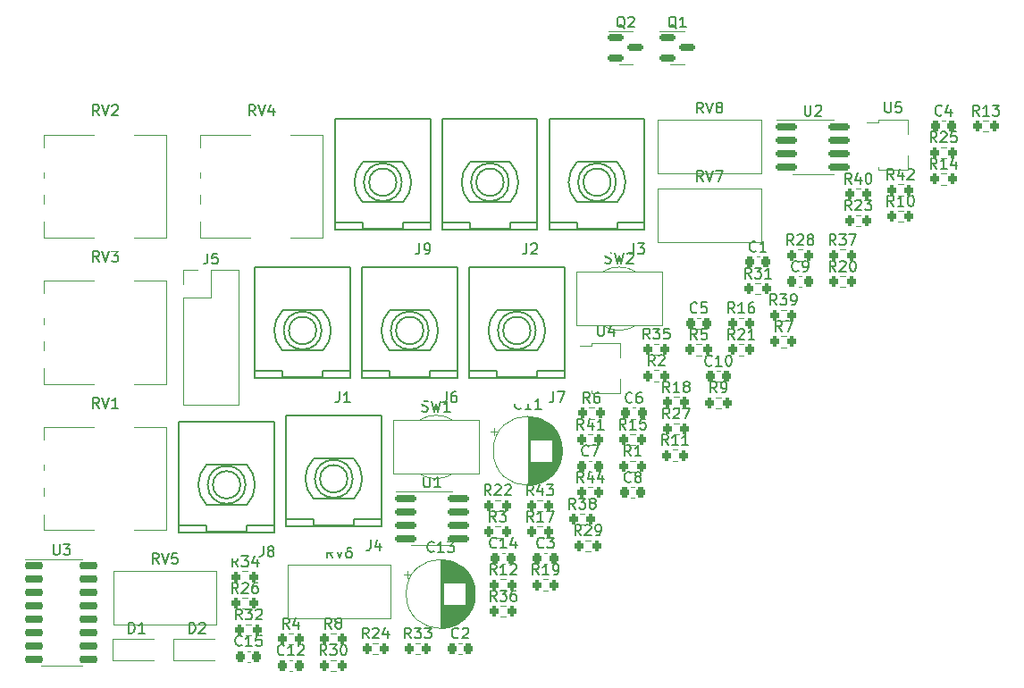
<source format=gbr>
%TF.GenerationSoftware,KiCad,Pcbnew,(6.0.9)*%
%TF.CreationDate,2022-12-23T01:27:24-06:00*%
%TF.ProjectId,CEM3340 VCO,43454d33-3334-4302-9056-434f2e6b6963,rev?*%
%TF.SameCoordinates,Original*%
%TF.FileFunction,Legend,Top*%
%TF.FilePolarity,Positive*%
%FSLAX46Y46*%
G04 Gerber Fmt 4.6, Leading zero omitted, Abs format (unit mm)*
G04 Created by KiCad (PCBNEW (6.0.9)) date 2022-12-23 01:27:24*
%MOMM*%
%LPD*%
G01*
G04 APERTURE LIST*
G04 Aperture macros list*
%AMRoundRect*
0 Rectangle with rounded corners*
0 $1 Rounding radius*
0 $2 $3 $4 $5 $6 $7 $8 $9 X,Y pos of 4 corners*
0 Add a 4 corners polygon primitive as box body*
4,1,4,$2,$3,$4,$5,$6,$7,$8,$9,$2,$3,0*
0 Add four circle primitives for the rounded corners*
1,1,$1+$1,$2,$3*
1,1,$1+$1,$4,$5*
1,1,$1+$1,$6,$7*
1,1,$1+$1,$8,$9*
0 Add four rect primitives between the rounded corners*
20,1,$1+$1,$2,$3,$4,$5,0*
20,1,$1+$1,$4,$5,$6,$7,0*
20,1,$1+$1,$6,$7,$8,$9,0*
20,1,$1+$1,$8,$9,$2,$3,0*%
%AMFreePoly0*
4,1,9,3.862500,-0.866500,0.737500,-0.866500,0.737500,-0.450000,-0.737500,-0.450000,-0.737500,0.450000,0.737500,0.450000,0.737500,0.866500,3.862500,0.866500,3.862500,-0.866500,3.862500,-0.866500,$1*%
G04 Aperture macros list end*
%ADD10C,0.150000*%
%ADD11C,0.120000*%
%ADD12R,2.500000X1.000000*%
%ADD13RoundRect,0.150000X-0.825000X-0.150000X0.825000X-0.150000X0.825000X0.150000X-0.825000X0.150000X0*%
%ADD14RoundRect,0.200000X-0.200000X-0.275000X0.200000X-0.275000X0.200000X0.275000X-0.200000X0.275000X0*%
%ADD15C,1.440000*%
%ADD16O,3.240000X2.720000*%
%ADD17R,1.800000X1.800000*%
%ADD18C,1.800000*%
%ADD19RoundRect,0.225000X-0.225000X-0.250000X0.225000X-0.250000X0.225000X0.250000X-0.225000X0.250000X0*%
%ADD20RoundRect,0.150000X-0.725000X-0.150000X0.725000X-0.150000X0.725000X0.150000X-0.725000X0.150000X0*%
%ADD21RoundRect,0.150000X-0.587500X-0.150000X0.587500X-0.150000X0.587500X0.150000X-0.587500X0.150000X0*%
%ADD22R,1.600000X1.600000*%
%ADD23C,1.600000*%
%ADD24C,2.000000*%
%ADD25R,0.900000X1.200000*%
%ADD26R,1.300000X0.900000*%
%ADD27FreePoly0,0.000000*%
%ADD28R,1.700000X1.700000*%
%ADD29O,1.700000X1.700000*%
G04 APERTURE END LIST*
D10*
%TO.C,U1*%
X105508095Y-104152380D02*
X105508095Y-104961904D01*
X105555714Y-105057142D01*
X105603333Y-105104761D01*
X105698571Y-105152380D01*
X105889047Y-105152380D01*
X105984285Y-105104761D01*
X106031904Y-105057142D01*
X106079523Y-104961904D01*
X106079523Y-104152380D01*
X107079523Y-105152380D02*
X106508095Y-105152380D01*
X106793809Y-105152380D02*
X106793809Y-104152380D01*
X106698571Y-104295238D01*
X106603333Y-104390476D01*
X106508095Y-104438095D01*
%TO.C,R33*%
X104297142Y-119452380D02*
X103963809Y-118976190D01*
X103725714Y-119452380D02*
X103725714Y-118452380D01*
X104106666Y-118452380D01*
X104201904Y-118500000D01*
X104249523Y-118547619D01*
X104297142Y-118642857D01*
X104297142Y-118785714D01*
X104249523Y-118880952D01*
X104201904Y-118928571D01*
X104106666Y-118976190D01*
X103725714Y-118976190D01*
X104630476Y-118452380D02*
X105249523Y-118452380D01*
X104916190Y-118833333D01*
X105059047Y-118833333D01*
X105154285Y-118880952D01*
X105201904Y-118928571D01*
X105249523Y-119023809D01*
X105249523Y-119261904D01*
X105201904Y-119357142D01*
X105154285Y-119404761D01*
X105059047Y-119452380D01*
X104773333Y-119452380D01*
X104678095Y-119404761D01*
X104630476Y-119357142D01*
X105582857Y-118452380D02*
X106201904Y-118452380D01*
X105868571Y-118833333D01*
X106011428Y-118833333D01*
X106106666Y-118880952D01*
X106154285Y-118928571D01*
X106201904Y-119023809D01*
X106201904Y-119261904D01*
X106154285Y-119357142D01*
X106106666Y-119404761D01*
X106011428Y-119452380D01*
X105725714Y-119452380D01*
X105630476Y-119404761D01*
X105582857Y-119357142D01*
%TO.C,R19*%
X116397142Y-113422380D02*
X116063809Y-112946190D01*
X115825714Y-113422380D02*
X115825714Y-112422380D01*
X116206666Y-112422380D01*
X116301904Y-112470000D01*
X116349523Y-112517619D01*
X116397142Y-112612857D01*
X116397142Y-112755714D01*
X116349523Y-112850952D01*
X116301904Y-112898571D01*
X116206666Y-112946190D01*
X115825714Y-112946190D01*
X117349523Y-113422380D02*
X116778095Y-113422380D01*
X117063809Y-113422380D02*
X117063809Y-112422380D01*
X116968571Y-112565238D01*
X116873333Y-112660476D01*
X116778095Y-112708095D01*
X117825714Y-113422380D02*
X118016190Y-113422380D01*
X118111428Y-113374761D01*
X118159047Y-113327142D01*
X118254285Y-113184285D01*
X118301904Y-112993809D01*
X118301904Y-112612857D01*
X118254285Y-112517619D01*
X118206666Y-112470000D01*
X118111428Y-112422380D01*
X117920952Y-112422380D01*
X117825714Y-112470000D01*
X117778095Y-112517619D01*
X117730476Y-112612857D01*
X117730476Y-112850952D01*
X117778095Y-112946190D01*
X117825714Y-112993809D01*
X117920952Y-113041428D01*
X118111428Y-113041428D01*
X118206666Y-112993809D01*
X118254285Y-112946190D01*
X118301904Y-112850952D01*
%TO.C,RV6*%
X96884761Y-111832380D02*
X96551428Y-111356190D01*
X96313333Y-111832380D02*
X96313333Y-110832380D01*
X96694285Y-110832380D01*
X96789523Y-110880000D01*
X96837142Y-110927619D01*
X96884761Y-111022857D01*
X96884761Y-111165714D01*
X96837142Y-111260952D01*
X96789523Y-111308571D01*
X96694285Y-111356190D01*
X96313333Y-111356190D01*
X97170476Y-110832380D02*
X97503809Y-111832380D01*
X97837142Y-110832380D01*
X98599047Y-110832380D02*
X98408571Y-110832380D01*
X98313333Y-110880000D01*
X98265714Y-110927619D01*
X98170476Y-111070476D01*
X98122857Y-111260952D01*
X98122857Y-111641904D01*
X98170476Y-111737142D01*
X98218095Y-111784761D01*
X98313333Y-111832380D01*
X98503809Y-111832380D01*
X98599047Y-111784761D01*
X98646666Y-111737142D01*
X98694285Y-111641904D01*
X98694285Y-111403809D01*
X98646666Y-111308571D01*
X98599047Y-111260952D01*
X98503809Y-111213333D01*
X98313333Y-111213333D01*
X98218095Y-111260952D01*
X98170476Y-111308571D01*
X98122857Y-111403809D01*
%TO.C,RV1*%
X74734761Y-97652380D02*
X74401428Y-97176190D01*
X74163333Y-97652380D02*
X74163333Y-96652380D01*
X74544285Y-96652380D01*
X74639523Y-96700000D01*
X74687142Y-96747619D01*
X74734761Y-96842857D01*
X74734761Y-96985714D01*
X74687142Y-97080952D01*
X74639523Y-97128571D01*
X74544285Y-97176190D01*
X74163333Y-97176190D01*
X75020476Y-96652380D02*
X75353809Y-97652380D01*
X75687142Y-96652380D01*
X76544285Y-97652380D02*
X75972857Y-97652380D01*
X76258571Y-97652380D02*
X76258571Y-96652380D01*
X76163333Y-96795238D01*
X76068095Y-96890476D01*
X75972857Y-96938095D01*
%TO.C,C12*%
X92267142Y-120957142D02*
X92219523Y-121004761D01*
X92076666Y-121052380D01*
X91981428Y-121052380D01*
X91838571Y-121004761D01*
X91743333Y-120909523D01*
X91695714Y-120814285D01*
X91648095Y-120623809D01*
X91648095Y-120480952D01*
X91695714Y-120290476D01*
X91743333Y-120195238D01*
X91838571Y-120100000D01*
X91981428Y-120052380D01*
X92076666Y-120052380D01*
X92219523Y-120100000D01*
X92267142Y-120147619D01*
X93219523Y-121052380D02*
X92648095Y-121052380D01*
X92933809Y-121052380D02*
X92933809Y-120052380D01*
X92838571Y-120195238D01*
X92743333Y-120290476D01*
X92648095Y-120338095D01*
X93600476Y-120147619D02*
X93648095Y-120100000D01*
X93743333Y-120052380D01*
X93981428Y-120052380D01*
X94076666Y-120100000D01*
X94124285Y-120147619D01*
X94171904Y-120242857D01*
X94171904Y-120338095D01*
X94124285Y-120480952D01*
X93552857Y-121052380D01*
X94171904Y-121052380D01*
%TO.C,R27*%
X128777142Y-98632380D02*
X128443809Y-98156190D01*
X128205714Y-98632380D02*
X128205714Y-97632380D01*
X128586666Y-97632380D01*
X128681904Y-97680000D01*
X128729523Y-97727619D01*
X128777142Y-97822857D01*
X128777142Y-97965714D01*
X128729523Y-98060952D01*
X128681904Y-98108571D01*
X128586666Y-98156190D01*
X128205714Y-98156190D01*
X129158095Y-97727619D02*
X129205714Y-97680000D01*
X129300952Y-97632380D01*
X129539047Y-97632380D01*
X129634285Y-97680000D01*
X129681904Y-97727619D01*
X129729523Y-97822857D01*
X129729523Y-97918095D01*
X129681904Y-98060952D01*
X129110476Y-98632380D01*
X129729523Y-98632380D01*
X130062857Y-97632380D02*
X130729523Y-97632380D01*
X130300952Y-98632380D01*
%TO.C,R15*%
X124647142Y-99662380D02*
X124313809Y-99186190D01*
X124075714Y-99662380D02*
X124075714Y-98662380D01*
X124456666Y-98662380D01*
X124551904Y-98710000D01*
X124599523Y-98757619D01*
X124647142Y-98852857D01*
X124647142Y-98995714D01*
X124599523Y-99090952D01*
X124551904Y-99138571D01*
X124456666Y-99186190D01*
X124075714Y-99186190D01*
X125599523Y-99662380D02*
X125028095Y-99662380D01*
X125313809Y-99662380D02*
X125313809Y-98662380D01*
X125218571Y-98805238D01*
X125123333Y-98900476D01*
X125028095Y-98948095D01*
X126504285Y-98662380D02*
X126028095Y-98662380D01*
X125980476Y-99138571D01*
X126028095Y-99090952D01*
X126123333Y-99043333D01*
X126361428Y-99043333D01*
X126456666Y-99090952D01*
X126504285Y-99138571D01*
X126551904Y-99233809D01*
X126551904Y-99471904D01*
X126504285Y-99567142D01*
X126456666Y-99614761D01*
X126361428Y-99662380D01*
X126123333Y-99662380D01*
X126028095Y-99614761D01*
X125980476Y-99567142D01*
%TO.C,U2*%
X141608095Y-68942380D02*
X141608095Y-69751904D01*
X141655714Y-69847142D01*
X141703333Y-69894761D01*
X141798571Y-69942380D01*
X141989047Y-69942380D01*
X142084285Y-69894761D01*
X142131904Y-69847142D01*
X142179523Y-69751904D01*
X142179523Y-68942380D01*
X142608095Y-69037619D02*
X142655714Y-68990000D01*
X142750952Y-68942380D01*
X142989047Y-68942380D01*
X143084285Y-68990000D01*
X143131904Y-69037619D01*
X143179523Y-69132857D01*
X143179523Y-69228095D01*
X143131904Y-69370952D01*
X142560476Y-69942380D01*
X143179523Y-69942380D01*
%TO.C,U3*%
X70408095Y-110552380D02*
X70408095Y-111361904D01*
X70455714Y-111457142D01*
X70503333Y-111504761D01*
X70598571Y-111552380D01*
X70789047Y-111552380D01*
X70884285Y-111504761D01*
X70931904Y-111457142D01*
X70979523Y-111361904D01*
X70979523Y-110552380D01*
X71360476Y-110552380D02*
X71979523Y-110552380D01*
X71646190Y-110933333D01*
X71789047Y-110933333D01*
X71884285Y-110980952D01*
X71931904Y-111028571D01*
X71979523Y-111123809D01*
X71979523Y-111361904D01*
X71931904Y-111457142D01*
X71884285Y-111504761D01*
X71789047Y-111552380D01*
X71503333Y-111552380D01*
X71408095Y-111504761D01*
X71360476Y-111457142D01*
%TO.C,R23*%
X146017142Y-78902380D02*
X145683809Y-78426190D01*
X145445714Y-78902380D02*
X145445714Y-77902380D01*
X145826666Y-77902380D01*
X145921904Y-77950000D01*
X145969523Y-77997619D01*
X146017142Y-78092857D01*
X146017142Y-78235714D01*
X145969523Y-78330952D01*
X145921904Y-78378571D01*
X145826666Y-78426190D01*
X145445714Y-78426190D01*
X146398095Y-77997619D02*
X146445714Y-77950000D01*
X146540952Y-77902380D01*
X146779047Y-77902380D01*
X146874285Y-77950000D01*
X146921904Y-77997619D01*
X146969523Y-78092857D01*
X146969523Y-78188095D01*
X146921904Y-78330952D01*
X146350476Y-78902380D01*
X146969523Y-78902380D01*
X147302857Y-77902380D02*
X147921904Y-77902380D01*
X147588571Y-78283333D01*
X147731428Y-78283333D01*
X147826666Y-78330952D01*
X147874285Y-78378571D01*
X147921904Y-78473809D01*
X147921904Y-78711904D01*
X147874285Y-78807142D01*
X147826666Y-78854761D01*
X147731428Y-78902380D01*
X147445714Y-78902380D01*
X147350476Y-78854761D01*
X147302857Y-78807142D01*
%TO.C,RV3*%
X74734761Y-83782380D02*
X74401428Y-83306190D01*
X74163333Y-83782380D02*
X74163333Y-82782380D01*
X74544285Y-82782380D01*
X74639523Y-82830000D01*
X74687142Y-82877619D01*
X74734761Y-82972857D01*
X74734761Y-83115714D01*
X74687142Y-83210952D01*
X74639523Y-83258571D01*
X74544285Y-83306190D01*
X74163333Y-83306190D01*
X75020476Y-82782380D02*
X75353809Y-83782380D01*
X75687142Y-82782380D01*
X75925238Y-82782380D02*
X76544285Y-82782380D01*
X76210952Y-83163333D01*
X76353809Y-83163333D01*
X76449047Y-83210952D01*
X76496666Y-83258571D01*
X76544285Y-83353809D01*
X76544285Y-83591904D01*
X76496666Y-83687142D01*
X76449047Y-83734761D01*
X76353809Y-83782380D01*
X76068095Y-83782380D01*
X75972857Y-83734761D01*
X75925238Y-83687142D01*
%TO.C,R16*%
X134927142Y-88632380D02*
X134593809Y-88156190D01*
X134355714Y-88632380D02*
X134355714Y-87632380D01*
X134736666Y-87632380D01*
X134831904Y-87680000D01*
X134879523Y-87727619D01*
X134927142Y-87822857D01*
X134927142Y-87965714D01*
X134879523Y-88060952D01*
X134831904Y-88108571D01*
X134736666Y-88156190D01*
X134355714Y-88156190D01*
X135879523Y-88632380D02*
X135308095Y-88632380D01*
X135593809Y-88632380D02*
X135593809Y-87632380D01*
X135498571Y-87775238D01*
X135403333Y-87870476D01*
X135308095Y-87918095D01*
X136736666Y-87632380D02*
X136546190Y-87632380D01*
X136450952Y-87680000D01*
X136403333Y-87727619D01*
X136308095Y-87870476D01*
X136260476Y-88060952D01*
X136260476Y-88441904D01*
X136308095Y-88537142D01*
X136355714Y-88584761D01*
X136450952Y-88632380D01*
X136641428Y-88632380D01*
X136736666Y-88584761D01*
X136784285Y-88537142D01*
X136831904Y-88441904D01*
X136831904Y-88203809D01*
X136784285Y-88108571D01*
X136736666Y-88060952D01*
X136641428Y-88013333D01*
X136450952Y-88013333D01*
X136355714Y-88060952D01*
X136308095Y-88108571D01*
X136260476Y-88203809D01*
%TO.C,R7*%
X139413333Y-90372380D02*
X139080000Y-89896190D01*
X138841904Y-90372380D02*
X138841904Y-89372380D01*
X139222857Y-89372380D01*
X139318095Y-89420000D01*
X139365714Y-89467619D01*
X139413333Y-89562857D01*
X139413333Y-89705714D01*
X139365714Y-89800952D01*
X139318095Y-89848571D01*
X139222857Y-89896190D01*
X138841904Y-89896190D01*
X139746666Y-89372380D02*
X140413333Y-89372380D01*
X139984761Y-90372380D01*
%TO.C,J6*%
X107646666Y-96092380D02*
X107646666Y-96806666D01*
X107599047Y-96949523D01*
X107503809Y-97044761D01*
X107360952Y-97092380D01*
X107265714Y-97092380D01*
X108551428Y-96092380D02*
X108360952Y-96092380D01*
X108265714Y-96140000D01*
X108218095Y-96187619D01*
X108122857Y-96330476D01*
X108075238Y-96520952D01*
X108075238Y-96901904D01*
X108122857Y-96997142D01*
X108170476Y-97044761D01*
X108265714Y-97092380D01*
X108456190Y-97092380D01*
X108551428Y-97044761D01*
X108599047Y-96997142D01*
X108646666Y-96901904D01*
X108646666Y-96663809D01*
X108599047Y-96568571D01*
X108551428Y-96520952D01*
X108456190Y-96473333D01*
X108265714Y-96473333D01*
X108170476Y-96520952D01*
X108122857Y-96568571D01*
X108075238Y-96663809D01*
%TO.C,Q1*%
X129444761Y-61647619D02*
X129349523Y-61600000D01*
X129254285Y-61504761D01*
X129111428Y-61361904D01*
X129016190Y-61314285D01*
X128920952Y-61314285D01*
X128968571Y-61552380D02*
X128873333Y-61504761D01*
X128778095Y-61409523D01*
X128730476Y-61219047D01*
X128730476Y-60885714D01*
X128778095Y-60695238D01*
X128873333Y-60600000D01*
X128968571Y-60552380D01*
X129159047Y-60552380D01*
X129254285Y-60600000D01*
X129349523Y-60695238D01*
X129397142Y-60885714D01*
X129397142Y-61219047D01*
X129349523Y-61409523D01*
X129254285Y-61504761D01*
X129159047Y-61552380D01*
X128968571Y-61552380D01*
X130349523Y-61552380D02*
X129778095Y-61552380D01*
X130063809Y-61552380D02*
X130063809Y-60552380D01*
X129968571Y-60695238D01*
X129873333Y-60790476D01*
X129778095Y-60838095D01*
%TO.C,C6*%
X125243333Y-97057142D02*
X125195714Y-97104761D01*
X125052857Y-97152380D01*
X124957619Y-97152380D01*
X124814761Y-97104761D01*
X124719523Y-97009523D01*
X124671904Y-96914285D01*
X124624285Y-96723809D01*
X124624285Y-96580952D01*
X124671904Y-96390476D01*
X124719523Y-96295238D01*
X124814761Y-96200000D01*
X124957619Y-96152380D01*
X125052857Y-96152380D01*
X125195714Y-96200000D01*
X125243333Y-96247619D01*
X126100476Y-96152380D02*
X125910000Y-96152380D01*
X125814761Y-96200000D01*
X125767142Y-96247619D01*
X125671904Y-96390476D01*
X125624285Y-96580952D01*
X125624285Y-96961904D01*
X125671904Y-97057142D01*
X125719523Y-97104761D01*
X125814761Y-97152380D01*
X126005238Y-97152380D01*
X126100476Y-97104761D01*
X126148095Y-97057142D01*
X126195714Y-96961904D01*
X126195714Y-96723809D01*
X126148095Y-96628571D01*
X126100476Y-96580952D01*
X126005238Y-96533333D01*
X125814761Y-96533333D01*
X125719523Y-96580952D01*
X125671904Y-96628571D01*
X125624285Y-96723809D01*
%TO.C,C5*%
X131393333Y-88537142D02*
X131345714Y-88584761D01*
X131202857Y-88632380D01*
X131107619Y-88632380D01*
X130964761Y-88584761D01*
X130869523Y-88489523D01*
X130821904Y-88394285D01*
X130774285Y-88203809D01*
X130774285Y-88060952D01*
X130821904Y-87870476D01*
X130869523Y-87775238D01*
X130964761Y-87680000D01*
X131107619Y-87632380D01*
X131202857Y-87632380D01*
X131345714Y-87680000D01*
X131393333Y-87727619D01*
X132298095Y-87632380D02*
X131821904Y-87632380D01*
X131774285Y-88108571D01*
X131821904Y-88060952D01*
X131917142Y-88013333D01*
X132155238Y-88013333D01*
X132250476Y-88060952D01*
X132298095Y-88108571D01*
X132345714Y-88203809D01*
X132345714Y-88441904D01*
X132298095Y-88537142D01*
X132250476Y-88584761D01*
X132155238Y-88632380D01*
X131917142Y-88632380D01*
X131821904Y-88584761D01*
X131774285Y-88537142D01*
%TO.C,R28*%
X140527142Y-82182380D02*
X140193809Y-81706190D01*
X139955714Y-82182380D02*
X139955714Y-81182380D01*
X140336666Y-81182380D01*
X140431904Y-81230000D01*
X140479523Y-81277619D01*
X140527142Y-81372857D01*
X140527142Y-81515714D01*
X140479523Y-81610952D01*
X140431904Y-81658571D01*
X140336666Y-81706190D01*
X139955714Y-81706190D01*
X140908095Y-81277619D02*
X140955714Y-81230000D01*
X141050952Y-81182380D01*
X141289047Y-81182380D01*
X141384285Y-81230000D01*
X141431904Y-81277619D01*
X141479523Y-81372857D01*
X141479523Y-81468095D01*
X141431904Y-81610952D01*
X140860476Y-82182380D01*
X141479523Y-82182380D01*
X142050952Y-81610952D02*
X141955714Y-81563333D01*
X141908095Y-81515714D01*
X141860476Y-81420476D01*
X141860476Y-81372857D01*
X141908095Y-81277619D01*
X141955714Y-81230000D01*
X142050952Y-81182380D01*
X142241428Y-81182380D01*
X142336666Y-81230000D01*
X142384285Y-81277619D01*
X142431904Y-81372857D01*
X142431904Y-81420476D01*
X142384285Y-81515714D01*
X142336666Y-81563333D01*
X142241428Y-81610952D01*
X142050952Y-81610952D01*
X141955714Y-81658571D01*
X141908095Y-81706190D01*
X141860476Y-81801428D01*
X141860476Y-81991904D01*
X141908095Y-82087142D01*
X141955714Y-82134761D01*
X142050952Y-82182380D01*
X142241428Y-82182380D01*
X142336666Y-82134761D01*
X142384285Y-82087142D01*
X142431904Y-81991904D01*
X142431904Y-81801428D01*
X142384285Y-81706190D01*
X142336666Y-81658571D01*
X142241428Y-81610952D01*
%TO.C,C11*%
X114712383Y-97647142D02*
X114664764Y-97694761D01*
X114521907Y-97742380D01*
X114426669Y-97742380D01*
X114283812Y-97694761D01*
X114188574Y-97599523D01*
X114140955Y-97504285D01*
X114093336Y-97313809D01*
X114093336Y-97170952D01*
X114140955Y-96980476D01*
X114188574Y-96885238D01*
X114283812Y-96790000D01*
X114426669Y-96742380D01*
X114521907Y-96742380D01*
X114664764Y-96790000D01*
X114712383Y-96837619D01*
X115664764Y-97742380D02*
X115093336Y-97742380D01*
X115379050Y-97742380D02*
X115379050Y-96742380D01*
X115283812Y-96885238D01*
X115188574Y-96980476D01*
X115093336Y-97028095D01*
X116617145Y-97742380D02*
X116045717Y-97742380D01*
X116331431Y-97742380D02*
X116331431Y-96742380D01*
X116236193Y-96885238D01*
X116140955Y-96980476D01*
X116045717Y-97028095D01*
%TO.C,R30*%
X96277142Y-121052380D02*
X95943809Y-120576190D01*
X95705714Y-121052380D02*
X95705714Y-120052380D01*
X96086666Y-120052380D01*
X96181904Y-120100000D01*
X96229523Y-120147619D01*
X96277142Y-120242857D01*
X96277142Y-120385714D01*
X96229523Y-120480952D01*
X96181904Y-120528571D01*
X96086666Y-120576190D01*
X95705714Y-120576190D01*
X96610476Y-120052380D02*
X97229523Y-120052380D01*
X96896190Y-120433333D01*
X97039047Y-120433333D01*
X97134285Y-120480952D01*
X97181904Y-120528571D01*
X97229523Y-120623809D01*
X97229523Y-120861904D01*
X97181904Y-120957142D01*
X97134285Y-121004761D01*
X97039047Y-121052380D01*
X96753333Y-121052380D01*
X96658095Y-121004761D01*
X96610476Y-120957142D01*
X97848571Y-120052380D02*
X97943809Y-120052380D01*
X98039047Y-120100000D01*
X98086666Y-120147619D01*
X98134285Y-120242857D01*
X98181904Y-120433333D01*
X98181904Y-120671428D01*
X98134285Y-120861904D01*
X98086666Y-120957142D01*
X98039047Y-121004761D01*
X97943809Y-121052380D01*
X97848571Y-121052380D01*
X97753333Y-121004761D01*
X97705714Y-120957142D01*
X97658095Y-120861904D01*
X97610476Y-120671428D01*
X97610476Y-120433333D01*
X97658095Y-120242857D01*
X97705714Y-120147619D01*
X97753333Y-120100000D01*
X97848571Y-120052380D01*
%TO.C,C3*%
X116873333Y-110817142D02*
X116825714Y-110864761D01*
X116682857Y-110912380D01*
X116587619Y-110912380D01*
X116444761Y-110864761D01*
X116349523Y-110769523D01*
X116301904Y-110674285D01*
X116254285Y-110483809D01*
X116254285Y-110340952D01*
X116301904Y-110150476D01*
X116349523Y-110055238D01*
X116444761Y-109960000D01*
X116587619Y-109912380D01*
X116682857Y-109912380D01*
X116825714Y-109960000D01*
X116873333Y-110007619D01*
X117206666Y-109912380D02*
X117825714Y-109912380D01*
X117492380Y-110293333D01*
X117635238Y-110293333D01*
X117730476Y-110340952D01*
X117778095Y-110388571D01*
X117825714Y-110483809D01*
X117825714Y-110721904D01*
X117778095Y-110817142D01*
X117730476Y-110864761D01*
X117635238Y-110912380D01*
X117349523Y-110912380D01*
X117254285Y-110864761D01*
X117206666Y-110817142D01*
%TO.C,R26*%
X87907142Y-115172380D02*
X87573809Y-114696190D01*
X87335714Y-115172380D02*
X87335714Y-114172380D01*
X87716666Y-114172380D01*
X87811904Y-114220000D01*
X87859523Y-114267619D01*
X87907142Y-114362857D01*
X87907142Y-114505714D01*
X87859523Y-114600952D01*
X87811904Y-114648571D01*
X87716666Y-114696190D01*
X87335714Y-114696190D01*
X88288095Y-114267619D02*
X88335714Y-114220000D01*
X88430952Y-114172380D01*
X88669047Y-114172380D01*
X88764285Y-114220000D01*
X88811904Y-114267619D01*
X88859523Y-114362857D01*
X88859523Y-114458095D01*
X88811904Y-114600952D01*
X88240476Y-115172380D01*
X88859523Y-115172380D01*
X89716666Y-114172380D02*
X89526190Y-114172380D01*
X89430952Y-114220000D01*
X89383333Y-114267619D01*
X89288095Y-114410476D01*
X89240476Y-114600952D01*
X89240476Y-114981904D01*
X89288095Y-115077142D01*
X89335714Y-115124761D01*
X89430952Y-115172380D01*
X89621428Y-115172380D01*
X89716666Y-115124761D01*
X89764285Y-115077142D01*
X89811904Y-114981904D01*
X89811904Y-114743809D01*
X89764285Y-114648571D01*
X89716666Y-114600952D01*
X89621428Y-114553333D01*
X89430952Y-114553333D01*
X89335714Y-114600952D01*
X89288095Y-114648571D01*
X89240476Y-114743809D01*
%TO.C,RV8*%
X131984761Y-69682380D02*
X131651428Y-69206190D01*
X131413333Y-69682380D02*
X131413333Y-68682380D01*
X131794285Y-68682380D01*
X131889523Y-68730000D01*
X131937142Y-68777619D01*
X131984761Y-68872857D01*
X131984761Y-69015714D01*
X131937142Y-69110952D01*
X131889523Y-69158571D01*
X131794285Y-69206190D01*
X131413333Y-69206190D01*
X132270476Y-68682380D02*
X132603809Y-69682380D01*
X132937142Y-68682380D01*
X133413333Y-69110952D02*
X133318095Y-69063333D01*
X133270476Y-69015714D01*
X133222857Y-68920476D01*
X133222857Y-68872857D01*
X133270476Y-68777619D01*
X133318095Y-68730000D01*
X133413333Y-68682380D01*
X133603809Y-68682380D01*
X133699047Y-68730000D01*
X133746666Y-68777619D01*
X133794285Y-68872857D01*
X133794285Y-68920476D01*
X133746666Y-69015714D01*
X133699047Y-69063333D01*
X133603809Y-69110952D01*
X133413333Y-69110952D01*
X133318095Y-69158571D01*
X133270476Y-69206190D01*
X133222857Y-69301428D01*
X133222857Y-69491904D01*
X133270476Y-69587142D01*
X133318095Y-69634761D01*
X133413333Y-69682380D01*
X133603809Y-69682380D01*
X133699047Y-69634761D01*
X133746666Y-69587142D01*
X133794285Y-69491904D01*
X133794285Y-69301428D01*
X133746666Y-69206190D01*
X133699047Y-69158571D01*
X133603809Y-69110952D01*
%TO.C,C15*%
X88257142Y-120097142D02*
X88209523Y-120144761D01*
X88066666Y-120192380D01*
X87971428Y-120192380D01*
X87828571Y-120144761D01*
X87733333Y-120049523D01*
X87685714Y-119954285D01*
X87638095Y-119763809D01*
X87638095Y-119620952D01*
X87685714Y-119430476D01*
X87733333Y-119335238D01*
X87828571Y-119240000D01*
X87971428Y-119192380D01*
X88066666Y-119192380D01*
X88209523Y-119240000D01*
X88257142Y-119287619D01*
X89209523Y-120192380D02*
X88638095Y-120192380D01*
X88923809Y-120192380D02*
X88923809Y-119192380D01*
X88828571Y-119335238D01*
X88733333Y-119430476D01*
X88638095Y-119478095D01*
X90114285Y-119192380D02*
X89638095Y-119192380D01*
X89590476Y-119668571D01*
X89638095Y-119620952D01*
X89733333Y-119573333D01*
X89971428Y-119573333D01*
X90066666Y-119620952D01*
X90114285Y-119668571D01*
X90161904Y-119763809D01*
X90161904Y-120001904D01*
X90114285Y-120097142D01*
X90066666Y-120144761D01*
X89971428Y-120192380D01*
X89733333Y-120192380D01*
X89638095Y-120144761D01*
X89590476Y-120097142D01*
%TO.C,J8*%
X90296666Y-110712380D02*
X90296666Y-111426666D01*
X90249047Y-111569523D01*
X90153809Y-111664761D01*
X90010952Y-111712380D01*
X89915714Y-111712380D01*
X90915714Y-111140952D02*
X90820476Y-111093333D01*
X90772857Y-111045714D01*
X90725238Y-110950476D01*
X90725238Y-110902857D01*
X90772857Y-110807619D01*
X90820476Y-110760000D01*
X90915714Y-110712380D01*
X91106190Y-110712380D01*
X91201428Y-110760000D01*
X91249047Y-110807619D01*
X91296666Y-110902857D01*
X91296666Y-110950476D01*
X91249047Y-111045714D01*
X91201428Y-111093333D01*
X91106190Y-111140952D01*
X90915714Y-111140952D01*
X90820476Y-111188571D01*
X90772857Y-111236190D01*
X90725238Y-111331428D01*
X90725238Y-111521904D01*
X90772857Y-111617142D01*
X90820476Y-111664761D01*
X90915714Y-111712380D01*
X91106190Y-111712380D01*
X91201428Y-111664761D01*
X91249047Y-111617142D01*
X91296666Y-111521904D01*
X91296666Y-111331428D01*
X91249047Y-111236190D01*
X91201428Y-111188571D01*
X91106190Y-111140952D01*
%TO.C,RV7*%
X131984761Y-76132380D02*
X131651428Y-75656190D01*
X131413333Y-76132380D02*
X131413333Y-75132380D01*
X131794285Y-75132380D01*
X131889523Y-75180000D01*
X131937142Y-75227619D01*
X131984761Y-75322857D01*
X131984761Y-75465714D01*
X131937142Y-75560952D01*
X131889523Y-75608571D01*
X131794285Y-75656190D01*
X131413333Y-75656190D01*
X132270476Y-75132380D02*
X132603809Y-76132380D01*
X132937142Y-75132380D01*
X133175238Y-75132380D02*
X133841904Y-75132380D01*
X133413333Y-76132380D01*
%TO.C,SW2*%
X122686666Y-83869761D02*
X122829523Y-83917380D01*
X123067619Y-83917380D01*
X123162857Y-83869761D01*
X123210476Y-83822142D01*
X123258095Y-83726904D01*
X123258095Y-83631666D01*
X123210476Y-83536428D01*
X123162857Y-83488809D01*
X123067619Y-83441190D01*
X122877142Y-83393571D01*
X122781904Y-83345952D01*
X122734285Y-83298333D01*
X122686666Y-83203095D01*
X122686666Y-83107857D01*
X122734285Y-83012619D01*
X122781904Y-82965000D01*
X122877142Y-82917380D01*
X123115238Y-82917380D01*
X123258095Y-82965000D01*
X123591428Y-82917380D02*
X123829523Y-83917380D01*
X124020000Y-83203095D01*
X124210476Y-83917380D01*
X124448571Y-82917380D01*
X124781904Y-83012619D02*
X124829523Y-82965000D01*
X124924761Y-82917380D01*
X125162857Y-82917380D01*
X125258095Y-82965000D01*
X125305714Y-83012619D01*
X125353333Y-83107857D01*
X125353333Y-83203095D01*
X125305714Y-83345952D01*
X124734285Y-83917380D01*
X125353333Y-83917380D01*
%TO.C,R32*%
X88257142Y-117682380D02*
X87923809Y-117206190D01*
X87685714Y-117682380D02*
X87685714Y-116682380D01*
X88066666Y-116682380D01*
X88161904Y-116730000D01*
X88209523Y-116777619D01*
X88257142Y-116872857D01*
X88257142Y-117015714D01*
X88209523Y-117110952D01*
X88161904Y-117158571D01*
X88066666Y-117206190D01*
X87685714Y-117206190D01*
X88590476Y-116682380D02*
X89209523Y-116682380D01*
X88876190Y-117063333D01*
X89019047Y-117063333D01*
X89114285Y-117110952D01*
X89161904Y-117158571D01*
X89209523Y-117253809D01*
X89209523Y-117491904D01*
X89161904Y-117587142D01*
X89114285Y-117634761D01*
X89019047Y-117682380D01*
X88733333Y-117682380D01*
X88638095Y-117634761D01*
X88590476Y-117587142D01*
X89590476Y-116777619D02*
X89638095Y-116730000D01*
X89733333Y-116682380D01*
X89971428Y-116682380D01*
X90066666Y-116730000D01*
X90114285Y-116777619D01*
X90161904Y-116872857D01*
X90161904Y-116968095D01*
X90114285Y-117110952D01*
X89542857Y-117682380D01*
X90161904Y-117682380D01*
%TO.C,R11*%
X128657142Y-101142380D02*
X128323809Y-100666190D01*
X128085714Y-101142380D02*
X128085714Y-100142380D01*
X128466666Y-100142380D01*
X128561904Y-100190000D01*
X128609523Y-100237619D01*
X128657142Y-100332857D01*
X128657142Y-100475714D01*
X128609523Y-100570952D01*
X128561904Y-100618571D01*
X128466666Y-100666190D01*
X128085714Y-100666190D01*
X129609523Y-101142380D02*
X129038095Y-101142380D01*
X129323809Y-101142380D02*
X129323809Y-100142380D01*
X129228571Y-100285238D01*
X129133333Y-100380476D01*
X129038095Y-100428095D01*
X130561904Y-101142380D02*
X129990476Y-101142380D01*
X130276190Y-101142380D02*
X130276190Y-100142380D01*
X130180952Y-100285238D01*
X130085714Y-100380476D01*
X129990476Y-100428095D01*
%TO.C,C9*%
X141003333Y-84597142D02*
X140955714Y-84644761D01*
X140812857Y-84692380D01*
X140717619Y-84692380D01*
X140574761Y-84644761D01*
X140479523Y-84549523D01*
X140431904Y-84454285D01*
X140384285Y-84263809D01*
X140384285Y-84120952D01*
X140431904Y-83930476D01*
X140479523Y-83835238D01*
X140574761Y-83740000D01*
X140717619Y-83692380D01*
X140812857Y-83692380D01*
X140955714Y-83740000D01*
X141003333Y-83787619D01*
X141479523Y-84692380D02*
X141670000Y-84692380D01*
X141765238Y-84644761D01*
X141812857Y-84597142D01*
X141908095Y-84454285D01*
X141955714Y-84263809D01*
X141955714Y-83882857D01*
X141908095Y-83787619D01*
X141860476Y-83740000D01*
X141765238Y-83692380D01*
X141574761Y-83692380D01*
X141479523Y-83740000D01*
X141431904Y-83787619D01*
X141384285Y-83882857D01*
X141384285Y-84120952D01*
X141431904Y-84216190D01*
X141479523Y-84263809D01*
X141574761Y-84311428D01*
X141765238Y-84311428D01*
X141860476Y-84263809D01*
X141908095Y-84216190D01*
X141955714Y-84120952D01*
%TO.C,R17*%
X115867142Y-108402380D02*
X115533809Y-107926190D01*
X115295714Y-108402380D02*
X115295714Y-107402380D01*
X115676666Y-107402380D01*
X115771904Y-107450000D01*
X115819523Y-107497619D01*
X115867142Y-107592857D01*
X115867142Y-107735714D01*
X115819523Y-107830952D01*
X115771904Y-107878571D01*
X115676666Y-107926190D01*
X115295714Y-107926190D01*
X116819523Y-108402380D02*
X116248095Y-108402380D01*
X116533809Y-108402380D02*
X116533809Y-107402380D01*
X116438571Y-107545238D01*
X116343333Y-107640476D01*
X116248095Y-107688095D01*
X117152857Y-107402380D02*
X117819523Y-107402380D01*
X117390952Y-108402380D01*
%TO.C,J2*%
X115246666Y-82042380D02*
X115246666Y-82756666D01*
X115199047Y-82899523D01*
X115103809Y-82994761D01*
X114960952Y-83042380D01*
X114865714Y-83042380D01*
X115675238Y-82137619D02*
X115722857Y-82090000D01*
X115818095Y-82042380D01*
X116056190Y-82042380D01*
X116151428Y-82090000D01*
X116199047Y-82137619D01*
X116246666Y-82232857D01*
X116246666Y-82328095D01*
X116199047Y-82470952D01*
X115627619Y-83042380D01*
X116246666Y-83042380D01*
%TO.C,R40*%
X146017142Y-76392380D02*
X145683809Y-75916190D01*
X145445714Y-76392380D02*
X145445714Y-75392380D01*
X145826666Y-75392380D01*
X145921904Y-75440000D01*
X145969523Y-75487619D01*
X146017142Y-75582857D01*
X146017142Y-75725714D01*
X145969523Y-75820952D01*
X145921904Y-75868571D01*
X145826666Y-75916190D01*
X145445714Y-75916190D01*
X146874285Y-75725714D02*
X146874285Y-76392380D01*
X146636190Y-75344761D02*
X146398095Y-76059047D01*
X147017142Y-76059047D01*
X147588571Y-75392380D02*
X147683809Y-75392380D01*
X147779047Y-75440000D01*
X147826666Y-75487619D01*
X147874285Y-75582857D01*
X147921904Y-75773333D01*
X147921904Y-76011428D01*
X147874285Y-76201904D01*
X147826666Y-76297142D01*
X147779047Y-76344761D01*
X147683809Y-76392380D01*
X147588571Y-76392380D01*
X147493333Y-76344761D01*
X147445714Y-76297142D01*
X147398095Y-76201904D01*
X147350476Y-76011428D01*
X147350476Y-75773333D01*
X147398095Y-75582857D01*
X147445714Y-75487619D01*
X147493333Y-75440000D01*
X147588571Y-75392380D01*
%TO.C,R14*%
X154107142Y-74962380D02*
X153773809Y-74486190D01*
X153535714Y-74962380D02*
X153535714Y-73962380D01*
X153916666Y-73962380D01*
X154011904Y-74010000D01*
X154059523Y-74057619D01*
X154107142Y-74152857D01*
X154107142Y-74295714D01*
X154059523Y-74390952D01*
X154011904Y-74438571D01*
X153916666Y-74486190D01*
X153535714Y-74486190D01*
X155059523Y-74962380D02*
X154488095Y-74962380D01*
X154773809Y-74962380D02*
X154773809Y-73962380D01*
X154678571Y-74105238D01*
X154583333Y-74200476D01*
X154488095Y-74248095D01*
X155916666Y-74295714D02*
X155916666Y-74962380D01*
X155678571Y-73914761D02*
X155440476Y-74629047D01*
X156059523Y-74629047D01*
%TO.C,R41*%
X120637142Y-99662380D02*
X120303809Y-99186190D01*
X120065714Y-99662380D02*
X120065714Y-98662380D01*
X120446666Y-98662380D01*
X120541904Y-98710000D01*
X120589523Y-98757619D01*
X120637142Y-98852857D01*
X120637142Y-98995714D01*
X120589523Y-99090952D01*
X120541904Y-99138571D01*
X120446666Y-99186190D01*
X120065714Y-99186190D01*
X121494285Y-98995714D02*
X121494285Y-99662380D01*
X121256190Y-98614761D02*
X121018095Y-99329047D01*
X121637142Y-99329047D01*
X122541904Y-99662380D02*
X121970476Y-99662380D01*
X122256190Y-99662380D02*
X122256190Y-98662380D01*
X122160952Y-98805238D01*
X122065714Y-98900476D01*
X121970476Y-98948095D01*
%TO.C,R18*%
X128777142Y-96122380D02*
X128443809Y-95646190D01*
X128205714Y-96122380D02*
X128205714Y-95122380D01*
X128586666Y-95122380D01*
X128681904Y-95170000D01*
X128729523Y-95217619D01*
X128777142Y-95312857D01*
X128777142Y-95455714D01*
X128729523Y-95550952D01*
X128681904Y-95598571D01*
X128586666Y-95646190D01*
X128205714Y-95646190D01*
X129729523Y-96122380D02*
X129158095Y-96122380D01*
X129443809Y-96122380D02*
X129443809Y-95122380D01*
X129348571Y-95265238D01*
X129253333Y-95360476D01*
X129158095Y-95408095D01*
X130300952Y-95550952D02*
X130205714Y-95503333D01*
X130158095Y-95455714D01*
X130110476Y-95360476D01*
X130110476Y-95312857D01*
X130158095Y-95217619D01*
X130205714Y-95170000D01*
X130300952Y-95122380D01*
X130491428Y-95122380D01*
X130586666Y-95170000D01*
X130634285Y-95217619D01*
X130681904Y-95312857D01*
X130681904Y-95360476D01*
X130634285Y-95455714D01*
X130586666Y-95503333D01*
X130491428Y-95550952D01*
X130300952Y-95550952D01*
X130205714Y-95598571D01*
X130158095Y-95646190D01*
X130110476Y-95741428D01*
X130110476Y-95931904D01*
X130158095Y-96027142D01*
X130205714Y-96074761D01*
X130300952Y-96122380D01*
X130491428Y-96122380D01*
X130586666Y-96074761D01*
X130634285Y-96027142D01*
X130681904Y-95931904D01*
X130681904Y-95741428D01*
X130634285Y-95646190D01*
X130586666Y-95598571D01*
X130491428Y-95550952D01*
%TO.C,RV4*%
X89534761Y-69912380D02*
X89201428Y-69436190D01*
X88963333Y-69912380D02*
X88963333Y-68912380D01*
X89344285Y-68912380D01*
X89439523Y-68960000D01*
X89487142Y-69007619D01*
X89534761Y-69102857D01*
X89534761Y-69245714D01*
X89487142Y-69340952D01*
X89439523Y-69388571D01*
X89344285Y-69436190D01*
X88963333Y-69436190D01*
X89820476Y-68912380D02*
X90153809Y-69912380D01*
X90487142Y-68912380D01*
X91249047Y-69245714D02*
X91249047Y-69912380D01*
X91010952Y-68864761D02*
X90772857Y-69579047D01*
X91391904Y-69579047D01*
%TO.C,R2*%
X127383333Y-93612380D02*
X127050000Y-93136190D01*
X126811904Y-93612380D02*
X126811904Y-92612380D01*
X127192857Y-92612380D01*
X127288095Y-92660000D01*
X127335714Y-92707619D01*
X127383333Y-92802857D01*
X127383333Y-92945714D01*
X127335714Y-93040952D01*
X127288095Y-93088571D01*
X127192857Y-93136190D01*
X126811904Y-93136190D01*
X127764285Y-92707619D02*
X127811904Y-92660000D01*
X127907142Y-92612380D01*
X128145238Y-92612380D01*
X128240476Y-92660000D01*
X128288095Y-92707619D01*
X128335714Y-92802857D01*
X128335714Y-92898095D01*
X128288095Y-93040952D01*
X127716666Y-93612380D01*
X128335714Y-93612380D01*
%TO.C,J4*%
X100446666Y-110142380D02*
X100446666Y-110856666D01*
X100399047Y-110999523D01*
X100303809Y-111094761D01*
X100160952Y-111142380D01*
X100065714Y-111142380D01*
X101351428Y-110475714D02*
X101351428Y-111142380D01*
X101113333Y-110094761D02*
X100875238Y-110809047D01*
X101494285Y-110809047D01*
%TO.C,R9*%
X133263333Y-96162380D02*
X132930000Y-95686190D01*
X132691904Y-96162380D02*
X132691904Y-95162380D01*
X133072857Y-95162380D01*
X133168095Y-95210000D01*
X133215714Y-95257619D01*
X133263333Y-95352857D01*
X133263333Y-95495714D01*
X133215714Y-95590952D01*
X133168095Y-95638571D01*
X133072857Y-95686190D01*
X132691904Y-95686190D01*
X133739523Y-96162380D02*
X133930000Y-96162380D01*
X134025238Y-96114761D01*
X134072857Y-96067142D01*
X134168095Y-95924285D01*
X134215714Y-95733809D01*
X134215714Y-95352857D01*
X134168095Y-95257619D01*
X134120476Y-95210000D01*
X134025238Y-95162380D01*
X133834761Y-95162380D01*
X133739523Y-95210000D01*
X133691904Y-95257619D01*
X133644285Y-95352857D01*
X133644285Y-95590952D01*
X133691904Y-95686190D01*
X133739523Y-95733809D01*
X133834761Y-95781428D01*
X134025238Y-95781428D01*
X134120476Y-95733809D01*
X134168095Y-95686190D01*
X134215714Y-95590952D01*
%TO.C,J7*%
X117796666Y-96092380D02*
X117796666Y-96806666D01*
X117749047Y-96949523D01*
X117653809Y-97044761D01*
X117510952Y-97092380D01*
X117415714Y-97092380D01*
X118177619Y-96092380D02*
X118844285Y-96092380D01*
X118415714Y-97092380D01*
%TO.C,R6*%
X121233333Y-97152380D02*
X120900000Y-96676190D01*
X120661904Y-97152380D02*
X120661904Y-96152380D01*
X121042857Y-96152380D01*
X121138095Y-96200000D01*
X121185714Y-96247619D01*
X121233333Y-96342857D01*
X121233333Y-96485714D01*
X121185714Y-96580952D01*
X121138095Y-96628571D01*
X121042857Y-96676190D01*
X120661904Y-96676190D01*
X122090476Y-96152380D02*
X121900000Y-96152380D01*
X121804761Y-96200000D01*
X121757142Y-96247619D01*
X121661904Y-96390476D01*
X121614285Y-96580952D01*
X121614285Y-96961904D01*
X121661904Y-97057142D01*
X121709523Y-97104761D01*
X121804761Y-97152380D01*
X121995238Y-97152380D01*
X122090476Y-97104761D01*
X122138095Y-97057142D01*
X122185714Y-96961904D01*
X122185714Y-96723809D01*
X122138095Y-96628571D01*
X122090476Y-96580952D01*
X121995238Y-96533333D01*
X121804761Y-96533333D01*
X121709523Y-96580952D01*
X121661904Y-96628571D01*
X121614285Y-96723809D01*
%TO.C,R39*%
X138937142Y-87862380D02*
X138603809Y-87386190D01*
X138365714Y-87862380D02*
X138365714Y-86862380D01*
X138746666Y-86862380D01*
X138841904Y-86910000D01*
X138889523Y-86957619D01*
X138937142Y-87052857D01*
X138937142Y-87195714D01*
X138889523Y-87290952D01*
X138841904Y-87338571D01*
X138746666Y-87386190D01*
X138365714Y-87386190D01*
X139270476Y-86862380D02*
X139889523Y-86862380D01*
X139556190Y-87243333D01*
X139699047Y-87243333D01*
X139794285Y-87290952D01*
X139841904Y-87338571D01*
X139889523Y-87433809D01*
X139889523Y-87671904D01*
X139841904Y-87767142D01*
X139794285Y-87814761D01*
X139699047Y-87862380D01*
X139413333Y-87862380D01*
X139318095Y-87814761D01*
X139270476Y-87767142D01*
X140365714Y-87862380D02*
X140556190Y-87862380D01*
X140651428Y-87814761D01*
X140699047Y-87767142D01*
X140794285Y-87624285D01*
X140841904Y-87433809D01*
X140841904Y-87052857D01*
X140794285Y-86957619D01*
X140746666Y-86910000D01*
X140651428Y-86862380D01*
X140460952Y-86862380D01*
X140365714Y-86910000D01*
X140318095Y-86957619D01*
X140270476Y-87052857D01*
X140270476Y-87290952D01*
X140318095Y-87386190D01*
X140365714Y-87433809D01*
X140460952Y-87481428D01*
X140651428Y-87481428D01*
X140746666Y-87433809D01*
X140794285Y-87386190D01*
X140841904Y-87290952D01*
%TO.C,C8*%
X125123333Y-104587142D02*
X125075714Y-104634761D01*
X124932857Y-104682380D01*
X124837619Y-104682380D01*
X124694761Y-104634761D01*
X124599523Y-104539523D01*
X124551904Y-104444285D01*
X124504285Y-104253809D01*
X124504285Y-104110952D01*
X124551904Y-103920476D01*
X124599523Y-103825238D01*
X124694761Y-103730000D01*
X124837619Y-103682380D01*
X124932857Y-103682380D01*
X125075714Y-103730000D01*
X125123333Y-103777619D01*
X125694761Y-104110952D02*
X125599523Y-104063333D01*
X125551904Y-104015714D01*
X125504285Y-103920476D01*
X125504285Y-103872857D01*
X125551904Y-103777619D01*
X125599523Y-103730000D01*
X125694761Y-103682380D01*
X125885238Y-103682380D01*
X125980476Y-103730000D01*
X126028095Y-103777619D01*
X126075714Y-103872857D01*
X126075714Y-103920476D01*
X126028095Y-104015714D01*
X125980476Y-104063333D01*
X125885238Y-104110952D01*
X125694761Y-104110952D01*
X125599523Y-104158571D01*
X125551904Y-104206190D01*
X125504285Y-104301428D01*
X125504285Y-104491904D01*
X125551904Y-104587142D01*
X125599523Y-104634761D01*
X125694761Y-104682380D01*
X125885238Y-104682380D01*
X125980476Y-104634761D01*
X126028095Y-104587142D01*
X126075714Y-104491904D01*
X126075714Y-104301428D01*
X126028095Y-104206190D01*
X125980476Y-104158571D01*
X125885238Y-104110952D01*
%TO.C,R21*%
X134927142Y-91142380D02*
X134593809Y-90666190D01*
X134355714Y-91142380D02*
X134355714Y-90142380D01*
X134736666Y-90142380D01*
X134831904Y-90190000D01*
X134879523Y-90237619D01*
X134927142Y-90332857D01*
X134927142Y-90475714D01*
X134879523Y-90570952D01*
X134831904Y-90618571D01*
X134736666Y-90666190D01*
X134355714Y-90666190D01*
X135308095Y-90237619D02*
X135355714Y-90190000D01*
X135450952Y-90142380D01*
X135689047Y-90142380D01*
X135784285Y-90190000D01*
X135831904Y-90237619D01*
X135879523Y-90332857D01*
X135879523Y-90428095D01*
X135831904Y-90570952D01*
X135260476Y-91142380D01*
X135879523Y-91142380D01*
X136831904Y-91142380D02*
X136260476Y-91142380D01*
X136546190Y-91142380D02*
X136546190Y-90142380D01*
X136450952Y-90285238D01*
X136355714Y-90380476D01*
X136260476Y-90428095D01*
%TO.C,SW1*%
X105336666Y-97919761D02*
X105479523Y-97967380D01*
X105717619Y-97967380D01*
X105812857Y-97919761D01*
X105860476Y-97872142D01*
X105908095Y-97776904D01*
X105908095Y-97681666D01*
X105860476Y-97586428D01*
X105812857Y-97538809D01*
X105717619Y-97491190D01*
X105527142Y-97443571D01*
X105431904Y-97395952D01*
X105384285Y-97348333D01*
X105336666Y-97253095D01*
X105336666Y-97157857D01*
X105384285Y-97062619D01*
X105431904Y-97015000D01*
X105527142Y-96967380D01*
X105765238Y-96967380D01*
X105908095Y-97015000D01*
X106241428Y-96967380D02*
X106479523Y-97967380D01*
X106670000Y-97253095D01*
X106860476Y-97967380D01*
X107098571Y-96967380D01*
X108003333Y-97967380D02*
X107431904Y-97967380D01*
X107717619Y-97967380D02*
X107717619Y-96967380D01*
X107622380Y-97110238D01*
X107527142Y-97205476D01*
X107431904Y-97253095D01*
%TO.C,R25*%
X154107142Y-72452380D02*
X153773809Y-71976190D01*
X153535714Y-72452380D02*
X153535714Y-71452380D01*
X153916666Y-71452380D01*
X154011904Y-71500000D01*
X154059523Y-71547619D01*
X154107142Y-71642857D01*
X154107142Y-71785714D01*
X154059523Y-71880952D01*
X154011904Y-71928571D01*
X153916666Y-71976190D01*
X153535714Y-71976190D01*
X154488095Y-71547619D02*
X154535714Y-71500000D01*
X154630952Y-71452380D01*
X154869047Y-71452380D01*
X154964285Y-71500000D01*
X155011904Y-71547619D01*
X155059523Y-71642857D01*
X155059523Y-71738095D01*
X155011904Y-71880952D01*
X154440476Y-72452380D01*
X155059523Y-72452380D01*
X155964285Y-71452380D02*
X155488095Y-71452380D01*
X155440476Y-71928571D01*
X155488095Y-71880952D01*
X155583333Y-71833333D01*
X155821428Y-71833333D01*
X155916666Y-71880952D01*
X155964285Y-71928571D01*
X156011904Y-72023809D01*
X156011904Y-72261904D01*
X155964285Y-72357142D01*
X155916666Y-72404761D01*
X155821428Y-72452380D01*
X155583333Y-72452380D01*
X155488095Y-72404761D01*
X155440476Y-72357142D01*
%TO.C,R43*%
X115867142Y-105892380D02*
X115533809Y-105416190D01*
X115295714Y-105892380D02*
X115295714Y-104892380D01*
X115676666Y-104892380D01*
X115771904Y-104940000D01*
X115819523Y-104987619D01*
X115867142Y-105082857D01*
X115867142Y-105225714D01*
X115819523Y-105320952D01*
X115771904Y-105368571D01*
X115676666Y-105416190D01*
X115295714Y-105416190D01*
X116724285Y-105225714D02*
X116724285Y-105892380D01*
X116486190Y-104844761D02*
X116248095Y-105559047D01*
X116867142Y-105559047D01*
X117152857Y-104892380D02*
X117771904Y-104892380D01*
X117438571Y-105273333D01*
X117581428Y-105273333D01*
X117676666Y-105320952D01*
X117724285Y-105368571D01*
X117771904Y-105463809D01*
X117771904Y-105701904D01*
X117724285Y-105797142D01*
X117676666Y-105844761D01*
X117581428Y-105892380D01*
X117295714Y-105892380D01*
X117200476Y-105844761D01*
X117152857Y-105797142D01*
%TO.C,R12*%
X112387142Y-113422380D02*
X112053809Y-112946190D01*
X111815714Y-113422380D02*
X111815714Y-112422380D01*
X112196666Y-112422380D01*
X112291904Y-112470000D01*
X112339523Y-112517619D01*
X112387142Y-112612857D01*
X112387142Y-112755714D01*
X112339523Y-112850952D01*
X112291904Y-112898571D01*
X112196666Y-112946190D01*
X111815714Y-112946190D01*
X113339523Y-113422380D02*
X112768095Y-113422380D01*
X113053809Y-113422380D02*
X113053809Y-112422380D01*
X112958571Y-112565238D01*
X112863333Y-112660476D01*
X112768095Y-112708095D01*
X113720476Y-112517619D02*
X113768095Y-112470000D01*
X113863333Y-112422380D01*
X114101428Y-112422380D01*
X114196666Y-112470000D01*
X114244285Y-112517619D01*
X114291904Y-112612857D01*
X114291904Y-112708095D01*
X114244285Y-112850952D01*
X113672857Y-113422380D01*
X114291904Y-113422380D01*
%TO.C,C7*%
X121113333Y-102077142D02*
X121065714Y-102124761D01*
X120922857Y-102172380D01*
X120827619Y-102172380D01*
X120684761Y-102124761D01*
X120589523Y-102029523D01*
X120541904Y-101934285D01*
X120494285Y-101743809D01*
X120494285Y-101600952D01*
X120541904Y-101410476D01*
X120589523Y-101315238D01*
X120684761Y-101220000D01*
X120827619Y-101172380D01*
X120922857Y-101172380D01*
X121065714Y-101220000D01*
X121113333Y-101267619D01*
X121446666Y-101172380D02*
X122113333Y-101172380D01*
X121684761Y-102172380D01*
%TO.C,J1*%
X97496666Y-96092380D02*
X97496666Y-96806666D01*
X97449047Y-96949523D01*
X97353809Y-97044761D01*
X97210952Y-97092380D01*
X97115714Y-97092380D01*
X98496666Y-97092380D02*
X97925238Y-97092380D01*
X98210952Y-97092380D02*
X98210952Y-96092380D01*
X98115714Y-96235238D01*
X98020476Y-96330476D01*
X97925238Y-96378095D01*
%TO.C,C13*%
X106462383Y-111207142D02*
X106414764Y-111254761D01*
X106271907Y-111302380D01*
X106176669Y-111302380D01*
X106033812Y-111254761D01*
X105938574Y-111159523D01*
X105890955Y-111064285D01*
X105843336Y-110873809D01*
X105843336Y-110730952D01*
X105890955Y-110540476D01*
X105938574Y-110445238D01*
X106033812Y-110350000D01*
X106176669Y-110302380D01*
X106271907Y-110302380D01*
X106414764Y-110350000D01*
X106462383Y-110397619D01*
X107414764Y-111302380D02*
X106843336Y-111302380D01*
X107129050Y-111302380D02*
X107129050Y-110302380D01*
X107033812Y-110445238D01*
X106938574Y-110540476D01*
X106843336Y-110588095D01*
X107748098Y-110302380D02*
X108367145Y-110302380D01*
X108033812Y-110683333D01*
X108176669Y-110683333D01*
X108271907Y-110730952D01*
X108319526Y-110778571D01*
X108367145Y-110873809D01*
X108367145Y-111111904D01*
X108319526Y-111207142D01*
X108271907Y-111254761D01*
X108176669Y-111302380D01*
X107890955Y-111302380D01*
X107795717Y-111254761D01*
X107748098Y-111207142D01*
%TO.C,R8*%
X96753333Y-118542380D02*
X96420000Y-118066190D01*
X96181904Y-118542380D02*
X96181904Y-117542380D01*
X96562857Y-117542380D01*
X96658095Y-117590000D01*
X96705714Y-117637619D01*
X96753333Y-117732857D01*
X96753333Y-117875714D01*
X96705714Y-117970952D01*
X96658095Y-118018571D01*
X96562857Y-118066190D01*
X96181904Y-118066190D01*
X97324761Y-117970952D02*
X97229523Y-117923333D01*
X97181904Y-117875714D01*
X97134285Y-117780476D01*
X97134285Y-117732857D01*
X97181904Y-117637619D01*
X97229523Y-117590000D01*
X97324761Y-117542380D01*
X97515238Y-117542380D01*
X97610476Y-117590000D01*
X97658095Y-117637619D01*
X97705714Y-117732857D01*
X97705714Y-117780476D01*
X97658095Y-117875714D01*
X97610476Y-117923333D01*
X97515238Y-117970952D01*
X97324761Y-117970952D01*
X97229523Y-118018571D01*
X97181904Y-118066190D01*
X97134285Y-118161428D01*
X97134285Y-118351904D01*
X97181904Y-118447142D01*
X97229523Y-118494761D01*
X97324761Y-118542380D01*
X97515238Y-118542380D01*
X97610476Y-118494761D01*
X97658095Y-118447142D01*
X97705714Y-118351904D01*
X97705714Y-118161428D01*
X97658095Y-118066190D01*
X97610476Y-118018571D01*
X97515238Y-117970952D01*
%TO.C,R22*%
X111857142Y-105892380D02*
X111523809Y-105416190D01*
X111285714Y-105892380D02*
X111285714Y-104892380D01*
X111666666Y-104892380D01*
X111761904Y-104940000D01*
X111809523Y-104987619D01*
X111857142Y-105082857D01*
X111857142Y-105225714D01*
X111809523Y-105320952D01*
X111761904Y-105368571D01*
X111666666Y-105416190D01*
X111285714Y-105416190D01*
X112238095Y-104987619D02*
X112285714Y-104940000D01*
X112380952Y-104892380D01*
X112619047Y-104892380D01*
X112714285Y-104940000D01*
X112761904Y-104987619D01*
X112809523Y-105082857D01*
X112809523Y-105178095D01*
X112761904Y-105320952D01*
X112190476Y-105892380D01*
X112809523Y-105892380D01*
X113190476Y-104987619D02*
X113238095Y-104940000D01*
X113333333Y-104892380D01*
X113571428Y-104892380D01*
X113666666Y-104940000D01*
X113714285Y-104987619D01*
X113761904Y-105082857D01*
X113761904Y-105178095D01*
X113714285Y-105320952D01*
X113142857Y-105892380D01*
X113761904Y-105892380D01*
%TO.C,C4*%
X154583333Y-69847142D02*
X154535714Y-69894761D01*
X154392857Y-69942380D01*
X154297619Y-69942380D01*
X154154761Y-69894761D01*
X154059523Y-69799523D01*
X154011904Y-69704285D01*
X153964285Y-69513809D01*
X153964285Y-69370952D01*
X154011904Y-69180476D01*
X154059523Y-69085238D01*
X154154761Y-68990000D01*
X154297619Y-68942380D01*
X154392857Y-68942380D01*
X154535714Y-68990000D01*
X154583333Y-69037619D01*
X155440476Y-69275714D02*
X155440476Y-69942380D01*
X155202380Y-68894761D02*
X154964285Y-69609047D01*
X155583333Y-69609047D01*
%TO.C,R38*%
X119877142Y-107192380D02*
X119543809Y-106716190D01*
X119305714Y-107192380D02*
X119305714Y-106192380D01*
X119686666Y-106192380D01*
X119781904Y-106240000D01*
X119829523Y-106287619D01*
X119877142Y-106382857D01*
X119877142Y-106525714D01*
X119829523Y-106620952D01*
X119781904Y-106668571D01*
X119686666Y-106716190D01*
X119305714Y-106716190D01*
X120210476Y-106192380D02*
X120829523Y-106192380D01*
X120496190Y-106573333D01*
X120639047Y-106573333D01*
X120734285Y-106620952D01*
X120781904Y-106668571D01*
X120829523Y-106763809D01*
X120829523Y-107001904D01*
X120781904Y-107097142D01*
X120734285Y-107144761D01*
X120639047Y-107192380D01*
X120353333Y-107192380D01*
X120258095Y-107144761D01*
X120210476Y-107097142D01*
X121400952Y-106620952D02*
X121305714Y-106573333D01*
X121258095Y-106525714D01*
X121210476Y-106430476D01*
X121210476Y-106382857D01*
X121258095Y-106287619D01*
X121305714Y-106240000D01*
X121400952Y-106192380D01*
X121591428Y-106192380D01*
X121686666Y-106240000D01*
X121734285Y-106287619D01*
X121781904Y-106382857D01*
X121781904Y-106430476D01*
X121734285Y-106525714D01*
X121686666Y-106573333D01*
X121591428Y-106620952D01*
X121400952Y-106620952D01*
X121305714Y-106668571D01*
X121258095Y-106716190D01*
X121210476Y-106811428D01*
X121210476Y-107001904D01*
X121258095Y-107097142D01*
X121305714Y-107144761D01*
X121400952Y-107192380D01*
X121591428Y-107192380D01*
X121686666Y-107144761D01*
X121734285Y-107097142D01*
X121781904Y-107001904D01*
X121781904Y-106811428D01*
X121734285Y-106716190D01*
X121686666Y-106668571D01*
X121591428Y-106620952D01*
%TO.C,R37*%
X144537142Y-82182380D02*
X144203809Y-81706190D01*
X143965714Y-82182380D02*
X143965714Y-81182380D01*
X144346666Y-81182380D01*
X144441904Y-81230000D01*
X144489523Y-81277619D01*
X144537142Y-81372857D01*
X144537142Y-81515714D01*
X144489523Y-81610952D01*
X144441904Y-81658571D01*
X144346666Y-81706190D01*
X143965714Y-81706190D01*
X144870476Y-81182380D02*
X145489523Y-81182380D01*
X145156190Y-81563333D01*
X145299047Y-81563333D01*
X145394285Y-81610952D01*
X145441904Y-81658571D01*
X145489523Y-81753809D01*
X145489523Y-81991904D01*
X145441904Y-82087142D01*
X145394285Y-82134761D01*
X145299047Y-82182380D01*
X145013333Y-82182380D01*
X144918095Y-82134761D01*
X144870476Y-82087142D01*
X145822857Y-81182380D02*
X146489523Y-81182380D01*
X146060952Y-82182380D01*
%TO.C,R4*%
X92743333Y-118542380D02*
X92410000Y-118066190D01*
X92171904Y-118542380D02*
X92171904Y-117542380D01*
X92552857Y-117542380D01*
X92648095Y-117590000D01*
X92695714Y-117637619D01*
X92743333Y-117732857D01*
X92743333Y-117875714D01*
X92695714Y-117970952D01*
X92648095Y-118018571D01*
X92552857Y-118066190D01*
X92171904Y-118066190D01*
X93600476Y-117875714D02*
X93600476Y-118542380D01*
X93362380Y-117494761D02*
X93124285Y-118209047D01*
X93743333Y-118209047D01*
%TO.C,RV5*%
X80384761Y-112402380D02*
X80051428Y-111926190D01*
X79813333Y-112402380D02*
X79813333Y-111402380D01*
X80194285Y-111402380D01*
X80289523Y-111450000D01*
X80337142Y-111497619D01*
X80384761Y-111592857D01*
X80384761Y-111735714D01*
X80337142Y-111830952D01*
X80289523Y-111878571D01*
X80194285Y-111926190D01*
X79813333Y-111926190D01*
X80670476Y-111402380D02*
X81003809Y-112402380D01*
X81337142Y-111402380D01*
X82146666Y-111402380D02*
X81670476Y-111402380D01*
X81622857Y-111878571D01*
X81670476Y-111830952D01*
X81765714Y-111783333D01*
X82003809Y-111783333D01*
X82099047Y-111830952D01*
X82146666Y-111878571D01*
X82194285Y-111973809D01*
X82194285Y-112211904D01*
X82146666Y-112307142D01*
X82099047Y-112354761D01*
X82003809Y-112402380D01*
X81765714Y-112402380D01*
X81670476Y-112354761D01*
X81622857Y-112307142D01*
%TO.C,D1*%
X77531904Y-118962380D02*
X77531904Y-117962380D01*
X77770000Y-117962380D01*
X77912857Y-118010000D01*
X78008095Y-118105238D01*
X78055714Y-118200476D01*
X78103333Y-118390952D01*
X78103333Y-118533809D01*
X78055714Y-118724285D01*
X78008095Y-118819523D01*
X77912857Y-118914761D01*
X77770000Y-118962380D01*
X77531904Y-118962380D01*
X79055714Y-118962380D02*
X78484285Y-118962380D01*
X78770000Y-118962380D02*
X78770000Y-117962380D01*
X78674761Y-118105238D01*
X78579523Y-118200476D01*
X78484285Y-118248095D01*
%TO.C,R35*%
X126907142Y-91102380D02*
X126573809Y-90626190D01*
X126335714Y-91102380D02*
X126335714Y-90102380D01*
X126716666Y-90102380D01*
X126811904Y-90150000D01*
X126859523Y-90197619D01*
X126907142Y-90292857D01*
X126907142Y-90435714D01*
X126859523Y-90530952D01*
X126811904Y-90578571D01*
X126716666Y-90626190D01*
X126335714Y-90626190D01*
X127240476Y-90102380D02*
X127859523Y-90102380D01*
X127526190Y-90483333D01*
X127669047Y-90483333D01*
X127764285Y-90530952D01*
X127811904Y-90578571D01*
X127859523Y-90673809D01*
X127859523Y-90911904D01*
X127811904Y-91007142D01*
X127764285Y-91054761D01*
X127669047Y-91102380D01*
X127383333Y-91102380D01*
X127288095Y-91054761D01*
X127240476Y-91007142D01*
X128764285Y-90102380D02*
X128288095Y-90102380D01*
X128240476Y-90578571D01*
X128288095Y-90530952D01*
X128383333Y-90483333D01*
X128621428Y-90483333D01*
X128716666Y-90530952D01*
X128764285Y-90578571D01*
X128811904Y-90673809D01*
X128811904Y-90911904D01*
X128764285Y-91007142D01*
X128716666Y-91054761D01*
X128621428Y-91102380D01*
X128383333Y-91102380D01*
X128288095Y-91054761D01*
X128240476Y-91007142D01*
%TO.C,R29*%
X120407142Y-109702380D02*
X120073809Y-109226190D01*
X119835714Y-109702380D02*
X119835714Y-108702380D01*
X120216666Y-108702380D01*
X120311904Y-108750000D01*
X120359523Y-108797619D01*
X120407142Y-108892857D01*
X120407142Y-109035714D01*
X120359523Y-109130952D01*
X120311904Y-109178571D01*
X120216666Y-109226190D01*
X119835714Y-109226190D01*
X120788095Y-108797619D02*
X120835714Y-108750000D01*
X120930952Y-108702380D01*
X121169047Y-108702380D01*
X121264285Y-108750000D01*
X121311904Y-108797619D01*
X121359523Y-108892857D01*
X121359523Y-108988095D01*
X121311904Y-109130952D01*
X120740476Y-109702380D01*
X121359523Y-109702380D01*
X121835714Y-109702380D02*
X122026190Y-109702380D01*
X122121428Y-109654761D01*
X122169047Y-109607142D01*
X122264285Y-109464285D01*
X122311904Y-109273809D01*
X122311904Y-108892857D01*
X122264285Y-108797619D01*
X122216666Y-108750000D01*
X122121428Y-108702380D01*
X121930952Y-108702380D01*
X121835714Y-108750000D01*
X121788095Y-108797619D01*
X121740476Y-108892857D01*
X121740476Y-109130952D01*
X121788095Y-109226190D01*
X121835714Y-109273809D01*
X121930952Y-109321428D01*
X122121428Y-109321428D01*
X122216666Y-109273809D01*
X122264285Y-109226190D01*
X122311904Y-109130952D01*
%TO.C,U5*%
X149208095Y-68642380D02*
X149208095Y-69451904D01*
X149255714Y-69547142D01*
X149303333Y-69594761D01*
X149398571Y-69642380D01*
X149589047Y-69642380D01*
X149684285Y-69594761D01*
X149731904Y-69547142D01*
X149779523Y-69451904D01*
X149779523Y-68642380D01*
X150731904Y-68642380D02*
X150255714Y-68642380D01*
X150208095Y-69118571D01*
X150255714Y-69070952D01*
X150350952Y-69023333D01*
X150589047Y-69023333D01*
X150684285Y-69070952D01*
X150731904Y-69118571D01*
X150779523Y-69213809D01*
X150779523Y-69451904D01*
X150731904Y-69547142D01*
X150684285Y-69594761D01*
X150589047Y-69642380D01*
X150350952Y-69642380D01*
X150255714Y-69594761D01*
X150208095Y-69547142D01*
%TO.C,R31*%
X136517142Y-85352380D02*
X136183809Y-84876190D01*
X135945714Y-85352380D02*
X135945714Y-84352380D01*
X136326666Y-84352380D01*
X136421904Y-84400000D01*
X136469523Y-84447619D01*
X136517142Y-84542857D01*
X136517142Y-84685714D01*
X136469523Y-84780952D01*
X136421904Y-84828571D01*
X136326666Y-84876190D01*
X135945714Y-84876190D01*
X136850476Y-84352380D02*
X137469523Y-84352380D01*
X137136190Y-84733333D01*
X137279047Y-84733333D01*
X137374285Y-84780952D01*
X137421904Y-84828571D01*
X137469523Y-84923809D01*
X137469523Y-85161904D01*
X137421904Y-85257142D01*
X137374285Y-85304761D01*
X137279047Y-85352380D01*
X136993333Y-85352380D01*
X136898095Y-85304761D01*
X136850476Y-85257142D01*
X138421904Y-85352380D02*
X137850476Y-85352380D01*
X138136190Y-85352380D02*
X138136190Y-84352380D01*
X138040952Y-84495238D01*
X137945714Y-84590476D01*
X137850476Y-84638095D01*
%TO.C,Q2*%
X124554761Y-61647619D02*
X124459523Y-61600000D01*
X124364285Y-61504761D01*
X124221428Y-61361904D01*
X124126190Y-61314285D01*
X124030952Y-61314285D01*
X124078571Y-61552380D02*
X123983333Y-61504761D01*
X123888095Y-61409523D01*
X123840476Y-61219047D01*
X123840476Y-60885714D01*
X123888095Y-60695238D01*
X123983333Y-60600000D01*
X124078571Y-60552380D01*
X124269047Y-60552380D01*
X124364285Y-60600000D01*
X124459523Y-60695238D01*
X124507142Y-60885714D01*
X124507142Y-61219047D01*
X124459523Y-61409523D01*
X124364285Y-61504761D01*
X124269047Y-61552380D01*
X124078571Y-61552380D01*
X124888095Y-60647619D02*
X124935714Y-60600000D01*
X125030952Y-60552380D01*
X125269047Y-60552380D01*
X125364285Y-60600000D01*
X125411904Y-60647619D01*
X125459523Y-60742857D01*
X125459523Y-60838095D01*
X125411904Y-60980952D01*
X124840476Y-61552380D01*
X125459523Y-61552380D01*
%TO.C,J5*%
X85006666Y-82982380D02*
X85006666Y-83696666D01*
X84959047Y-83839523D01*
X84863809Y-83934761D01*
X84720952Y-83982380D01*
X84625714Y-83982380D01*
X85959047Y-82982380D02*
X85482857Y-82982380D01*
X85435238Y-83458571D01*
X85482857Y-83410952D01*
X85578095Y-83363333D01*
X85816190Y-83363333D01*
X85911428Y-83410952D01*
X85959047Y-83458571D01*
X86006666Y-83553809D01*
X86006666Y-83791904D01*
X85959047Y-83887142D01*
X85911428Y-83934761D01*
X85816190Y-83982380D01*
X85578095Y-83982380D01*
X85482857Y-83934761D01*
X85435238Y-83887142D01*
%TO.C,D2*%
X83281904Y-118962380D02*
X83281904Y-117962380D01*
X83520000Y-117962380D01*
X83662857Y-118010000D01*
X83758095Y-118105238D01*
X83805714Y-118200476D01*
X83853333Y-118390952D01*
X83853333Y-118533809D01*
X83805714Y-118724285D01*
X83758095Y-118819523D01*
X83662857Y-118914761D01*
X83520000Y-118962380D01*
X83281904Y-118962380D01*
X84234285Y-118057619D02*
X84281904Y-118010000D01*
X84377142Y-117962380D01*
X84615238Y-117962380D01*
X84710476Y-118010000D01*
X84758095Y-118057619D01*
X84805714Y-118152857D01*
X84805714Y-118248095D01*
X84758095Y-118390952D01*
X84186666Y-118962380D01*
X84805714Y-118962380D01*
%TO.C,C2*%
X108783333Y-119357142D02*
X108735714Y-119404761D01*
X108592857Y-119452380D01*
X108497619Y-119452380D01*
X108354761Y-119404761D01*
X108259523Y-119309523D01*
X108211904Y-119214285D01*
X108164285Y-119023809D01*
X108164285Y-118880952D01*
X108211904Y-118690476D01*
X108259523Y-118595238D01*
X108354761Y-118500000D01*
X108497619Y-118452380D01*
X108592857Y-118452380D01*
X108735714Y-118500000D01*
X108783333Y-118547619D01*
X109164285Y-118547619D02*
X109211904Y-118500000D01*
X109307142Y-118452380D01*
X109545238Y-118452380D01*
X109640476Y-118500000D01*
X109688095Y-118547619D01*
X109735714Y-118642857D01*
X109735714Y-118738095D01*
X109688095Y-118880952D01*
X109116666Y-119452380D01*
X109735714Y-119452380D01*
%TO.C,C10*%
X132787142Y-93557142D02*
X132739523Y-93604761D01*
X132596666Y-93652380D01*
X132501428Y-93652380D01*
X132358571Y-93604761D01*
X132263333Y-93509523D01*
X132215714Y-93414285D01*
X132168095Y-93223809D01*
X132168095Y-93080952D01*
X132215714Y-92890476D01*
X132263333Y-92795238D01*
X132358571Y-92700000D01*
X132501428Y-92652380D01*
X132596666Y-92652380D01*
X132739523Y-92700000D01*
X132787142Y-92747619D01*
X133739523Y-93652380D02*
X133168095Y-93652380D01*
X133453809Y-93652380D02*
X133453809Y-92652380D01*
X133358571Y-92795238D01*
X133263333Y-92890476D01*
X133168095Y-92938095D01*
X134358571Y-92652380D02*
X134453809Y-92652380D01*
X134549047Y-92700000D01*
X134596666Y-92747619D01*
X134644285Y-92842857D01*
X134691904Y-93033333D01*
X134691904Y-93271428D01*
X134644285Y-93461904D01*
X134596666Y-93557142D01*
X134549047Y-93604761D01*
X134453809Y-93652380D01*
X134358571Y-93652380D01*
X134263333Y-93604761D01*
X134215714Y-93557142D01*
X134168095Y-93461904D01*
X134120476Y-93271428D01*
X134120476Y-93033333D01*
X134168095Y-92842857D01*
X134215714Y-92747619D01*
X134263333Y-92700000D01*
X134358571Y-92652380D01*
%TO.C,R5*%
X131393333Y-91142380D02*
X131060000Y-90666190D01*
X130821904Y-91142380D02*
X130821904Y-90142380D01*
X131202857Y-90142380D01*
X131298095Y-90190000D01*
X131345714Y-90237619D01*
X131393333Y-90332857D01*
X131393333Y-90475714D01*
X131345714Y-90570952D01*
X131298095Y-90618571D01*
X131202857Y-90666190D01*
X130821904Y-90666190D01*
X132298095Y-90142380D02*
X131821904Y-90142380D01*
X131774285Y-90618571D01*
X131821904Y-90570952D01*
X131917142Y-90523333D01*
X132155238Y-90523333D01*
X132250476Y-90570952D01*
X132298095Y-90618571D01*
X132345714Y-90713809D01*
X132345714Y-90951904D01*
X132298095Y-91047142D01*
X132250476Y-91094761D01*
X132155238Y-91142380D01*
X131917142Y-91142380D01*
X131821904Y-91094761D01*
X131774285Y-91047142D01*
%TO.C,C1*%
X136993333Y-82747142D02*
X136945714Y-82794761D01*
X136802857Y-82842380D01*
X136707619Y-82842380D01*
X136564761Y-82794761D01*
X136469523Y-82699523D01*
X136421904Y-82604285D01*
X136374285Y-82413809D01*
X136374285Y-82270952D01*
X136421904Y-82080476D01*
X136469523Y-81985238D01*
X136564761Y-81890000D01*
X136707619Y-81842380D01*
X136802857Y-81842380D01*
X136945714Y-81890000D01*
X136993333Y-81937619D01*
X137945714Y-82842380D02*
X137374285Y-82842380D01*
X137660000Y-82842380D02*
X137660000Y-81842380D01*
X137564761Y-81985238D01*
X137469523Y-82080476D01*
X137374285Y-82128095D01*
%TO.C,U4*%
X122008095Y-89802380D02*
X122008095Y-90611904D01*
X122055714Y-90707142D01*
X122103333Y-90754761D01*
X122198571Y-90802380D01*
X122389047Y-90802380D01*
X122484285Y-90754761D01*
X122531904Y-90707142D01*
X122579523Y-90611904D01*
X122579523Y-89802380D01*
X123484285Y-90135714D02*
X123484285Y-90802380D01*
X123246190Y-89754761D02*
X123008095Y-90469047D01*
X123627142Y-90469047D01*
%TO.C,R1*%
X125123333Y-102172380D02*
X124790000Y-101696190D01*
X124551904Y-102172380D02*
X124551904Y-101172380D01*
X124932857Y-101172380D01*
X125028095Y-101220000D01*
X125075714Y-101267619D01*
X125123333Y-101362857D01*
X125123333Y-101505714D01*
X125075714Y-101600952D01*
X125028095Y-101648571D01*
X124932857Y-101696190D01*
X124551904Y-101696190D01*
X126075714Y-102172380D02*
X125504285Y-102172380D01*
X125790000Y-102172380D02*
X125790000Y-101172380D01*
X125694761Y-101315238D01*
X125599523Y-101410476D01*
X125504285Y-101458095D01*
%TO.C,R44*%
X120637142Y-104682380D02*
X120303809Y-104206190D01*
X120065714Y-104682380D02*
X120065714Y-103682380D01*
X120446666Y-103682380D01*
X120541904Y-103730000D01*
X120589523Y-103777619D01*
X120637142Y-103872857D01*
X120637142Y-104015714D01*
X120589523Y-104110952D01*
X120541904Y-104158571D01*
X120446666Y-104206190D01*
X120065714Y-104206190D01*
X121494285Y-104015714D02*
X121494285Y-104682380D01*
X121256190Y-103634761D02*
X121018095Y-104349047D01*
X121637142Y-104349047D01*
X122446666Y-104015714D02*
X122446666Y-104682380D01*
X122208571Y-103634761D02*
X121970476Y-104349047D01*
X122589523Y-104349047D01*
%TO.C,R24*%
X100287142Y-119452380D02*
X99953809Y-118976190D01*
X99715714Y-119452380D02*
X99715714Y-118452380D01*
X100096666Y-118452380D01*
X100191904Y-118500000D01*
X100239523Y-118547619D01*
X100287142Y-118642857D01*
X100287142Y-118785714D01*
X100239523Y-118880952D01*
X100191904Y-118928571D01*
X100096666Y-118976190D01*
X99715714Y-118976190D01*
X100668095Y-118547619D02*
X100715714Y-118500000D01*
X100810952Y-118452380D01*
X101049047Y-118452380D01*
X101144285Y-118500000D01*
X101191904Y-118547619D01*
X101239523Y-118642857D01*
X101239523Y-118738095D01*
X101191904Y-118880952D01*
X100620476Y-119452380D01*
X101239523Y-119452380D01*
X102096666Y-118785714D02*
X102096666Y-119452380D01*
X101858571Y-118404761D02*
X101620476Y-119119047D01*
X102239523Y-119119047D01*
%TO.C,R20*%
X144537142Y-84692380D02*
X144203809Y-84216190D01*
X143965714Y-84692380D02*
X143965714Y-83692380D01*
X144346666Y-83692380D01*
X144441904Y-83740000D01*
X144489523Y-83787619D01*
X144537142Y-83882857D01*
X144537142Y-84025714D01*
X144489523Y-84120952D01*
X144441904Y-84168571D01*
X144346666Y-84216190D01*
X143965714Y-84216190D01*
X144918095Y-83787619D02*
X144965714Y-83740000D01*
X145060952Y-83692380D01*
X145299047Y-83692380D01*
X145394285Y-83740000D01*
X145441904Y-83787619D01*
X145489523Y-83882857D01*
X145489523Y-83978095D01*
X145441904Y-84120952D01*
X144870476Y-84692380D01*
X145489523Y-84692380D01*
X146108571Y-83692380D02*
X146203809Y-83692380D01*
X146299047Y-83740000D01*
X146346666Y-83787619D01*
X146394285Y-83882857D01*
X146441904Y-84073333D01*
X146441904Y-84311428D01*
X146394285Y-84501904D01*
X146346666Y-84597142D01*
X146299047Y-84644761D01*
X146203809Y-84692380D01*
X146108571Y-84692380D01*
X146013333Y-84644761D01*
X145965714Y-84597142D01*
X145918095Y-84501904D01*
X145870476Y-84311428D01*
X145870476Y-84073333D01*
X145918095Y-83882857D01*
X145965714Y-83787619D01*
X146013333Y-83740000D01*
X146108571Y-83692380D01*
%TO.C,R42*%
X150027142Y-75992380D02*
X149693809Y-75516190D01*
X149455714Y-75992380D02*
X149455714Y-74992380D01*
X149836666Y-74992380D01*
X149931904Y-75040000D01*
X149979523Y-75087619D01*
X150027142Y-75182857D01*
X150027142Y-75325714D01*
X149979523Y-75420952D01*
X149931904Y-75468571D01*
X149836666Y-75516190D01*
X149455714Y-75516190D01*
X150884285Y-75325714D02*
X150884285Y-75992380D01*
X150646190Y-74944761D02*
X150408095Y-75659047D01*
X151027142Y-75659047D01*
X151360476Y-75087619D02*
X151408095Y-75040000D01*
X151503333Y-74992380D01*
X151741428Y-74992380D01*
X151836666Y-75040000D01*
X151884285Y-75087619D01*
X151931904Y-75182857D01*
X151931904Y-75278095D01*
X151884285Y-75420952D01*
X151312857Y-75992380D01*
X151931904Y-75992380D01*
%TO.C,J3*%
X125396666Y-82042380D02*
X125396666Y-82756666D01*
X125349047Y-82899523D01*
X125253809Y-82994761D01*
X125110952Y-83042380D01*
X125015714Y-83042380D01*
X125777619Y-82042380D02*
X126396666Y-82042380D01*
X126063333Y-82423333D01*
X126206190Y-82423333D01*
X126301428Y-82470952D01*
X126349047Y-82518571D01*
X126396666Y-82613809D01*
X126396666Y-82851904D01*
X126349047Y-82947142D01*
X126301428Y-82994761D01*
X126206190Y-83042380D01*
X125920476Y-83042380D01*
X125825238Y-82994761D01*
X125777619Y-82947142D01*
%TO.C,R36*%
X112387142Y-115932380D02*
X112053809Y-115456190D01*
X111815714Y-115932380D02*
X111815714Y-114932380D01*
X112196666Y-114932380D01*
X112291904Y-114980000D01*
X112339523Y-115027619D01*
X112387142Y-115122857D01*
X112387142Y-115265714D01*
X112339523Y-115360952D01*
X112291904Y-115408571D01*
X112196666Y-115456190D01*
X111815714Y-115456190D01*
X112720476Y-114932380D02*
X113339523Y-114932380D01*
X113006190Y-115313333D01*
X113149047Y-115313333D01*
X113244285Y-115360952D01*
X113291904Y-115408571D01*
X113339523Y-115503809D01*
X113339523Y-115741904D01*
X113291904Y-115837142D01*
X113244285Y-115884761D01*
X113149047Y-115932380D01*
X112863333Y-115932380D01*
X112768095Y-115884761D01*
X112720476Y-115837142D01*
X114196666Y-114932380D02*
X114006190Y-114932380D01*
X113910952Y-114980000D01*
X113863333Y-115027619D01*
X113768095Y-115170476D01*
X113720476Y-115360952D01*
X113720476Y-115741904D01*
X113768095Y-115837142D01*
X113815714Y-115884761D01*
X113910952Y-115932380D01*
X114101428Y-115932380D01*
X114196666Y-115884761D01*
X114244285Y-115837142D01*
X114291904Y-115741904D01*
X114291904Y-115503809D01*
X114244285Y-115408571D01*
X114196666Y-115360952D01*
X114101428Y-115313333D01*
X113910952Y-115313333D01*
X113815714Y-115360952D01*
X113768095Y-115408571D01*
X113720476Y-115503809D01*
%TO.C,C14*%
X112387142Y-110817142D02*
X112339523Y-110864761D01*
X112196666Y-110912380D01*
X112101428Y-110912380D01*
X111958571Y-110864761D01*
X111863333Y-110769523D01*
X111815714Y-110674285D01*
X111768095Y-110483809D01*
X111768095Y-110340952D01*
X111815714Y-110150476D01*
X111863333Y-110055238D01*
X111958571Y-109960000D01*
X112101428Y-109912380D01*
X112196666Y-109912380D01*
X112339523Y-109960000D01*
X112387142Y-110007619D01*
X113339523Y-110912380D02*
X112768095Y-110912380D01*
X113053809Y-110912380D02*
X113053809Y-109912380D01*
X112958571Y-110055238D01*
X112863333Y-110150476D01*
X112768095Y-110198095D01*
X114196666Y-110245714D02*
X114196666Y-110912380D01*
X113958571Y-109864761D02*
X113720476Y-110579047D01*
X114339523Y-110579047D01*
%TO.C,R13*%
X158117142Y-69942380D02*
X157783809Y-69466190D01*
X157545714Y-69942380D02*
X157545714Y-68942380D01*
X157926666Y-68942380D01*
X158021904Y-68990000D01*
X158069523Y-69037619D01*
X158117142Y-69132857D01*
X158117142Y-69275714D01*
X158069523Y-69370952D01*
X158021904Y-69418571D01*
X157926666Y-69466190D01*
X157545714Y-69466190D01*
X159069523Y-69942380D02*
X158498095Y-69942380D01*
X158783809Y-69942380D02*
X158783809Y-68942380D01*
X158688571Y-69085238D01*
X158593333Y-69180476D01*
X158498095Y-69228095D01*
X159402857Y-68942380D02*
X160021904Y-68942380D01*
X159688571Y-69323333D01*
X159831428Y-69323333D01*
X159926666Y-69370952D01*
X159974285Y-69418571D01*
X160021904Y-69513809D01*
X160021904Y-69751904D01*
X159974285Y-69847142D01*
X159926666Y-69894761D01*
X159831428Y-69942380D01*
X159545714Y-69942380D01*
X159450476Y-69894761D01*
X159402857Y-69847142D01*
%TO.C,R3*%
X112333333Y-108402380D02*
X112000000Y-107926190D01*
X111761904Y-108402380D02*
X111761904Y-107402380D01*
X112142857Y-107402380D01*
X112238095Y-107450000D01*
X112285714Y-107497619D01*
X112333333Y-107592857D01*
X112333333Y-107735714D01*
X112285714Y-107830952D01*
X112238095Y-107878571D01*
X112142857Y-107926190D01*
X111761904Y-107926190D01*
X112666666Y-107402380D02*
X113285714Y-107402380D01*
X112952380Y-107783333D01*
X113095238Y-107783333D01*
X113190476Y-107830952D01*
X113238095Y-107878571D01*
X113285714Y-107973809D01*
X113285714Y-108211904D01*
X113238095Y-108307142D01*
X113190476Y-108354761D01*
X113095238Y-108402380D01*
X112809523Y-108402380D01*
X112714285Y-108354761D01*
X112666666Y-108307142D01*
%TO.C,J9*%
X105096666Y-82042380D02*
X105096666Y-82756666D01*
X105049047Y-82899523D01*
X104953809Y-82994761D01*
X104810952Y-83042380D01*
X104715714Y-83042380D01*
X105620476Y-83042380D02*
X105810952Y-83042380D01*
X105906190Y-82994761D01*
X105953809Y-82947142D01*
X106049047Y-82804285D01*
X106096666Y-82613809D01*
X106096666Y-82232857D01*
X106049047Y-82137619D01*
X106001428Y-82090000D01*
X105906190Y-82042380D01*
X105715714Y-82042380D01*
X105620476Y-82090000D01*
X105572857Y-82137619D01*
X105525238Y-82232857D01*
X105525238Y-82470952D01*
X105572857Y-82566190D01*
X105620476Y-82613809D01*
X105715714Y-82661428D01*
X105906190Y-82661428D01*
X106001428Y-82613809D01*
X106049047Y-82566190D01*
X106096666Y-82470952D01*
%TO.C,R10*%
X150027142Y-78502380D02*
X149693809Y-78026190D01*
X149455714Y-78502380D02*
X149455714Y-77502380D01*
X149836666Y-77502380D01*
X149931904Y-77550000D01*
X149979523Y-77597619D01*
X150027142Y-77692857D01*
X150027142Y-77835714D01*
X149979523Y-77930952D01*
X149931904Y-77978571D01*
X149836666Y-78026190D01*
X149455714Y-78026190D01*
X150979523Y-78502380D02*
X150408095Y-78502380D01*
X150693809Y-78502380D02*
X150693809Y-77502380D01*
X150598571Y-77645238D01*
X150503333Y-77740476D01*
X150408095Y-77788095D01*
X151598571Y-77502380D02*
X151693809Y-77502380D01*
X151789047Y-77550000D01*
X151836666Y-77597619D01*
X151884285Y-77692857D01*
X151931904Y-77883333D01*
X151931904Y-78121428D01*
X151884285Y-78311904D01*
X151836666Y-78407142D01*
X151789047Y-78454761D01*
X151693809Y-78502380D01*
X151598571Y-78502380D01*
X151503333Y-78454761D01*
X151455714Y-78407142D01*
X151408095Y-78311904D01*
X151360476Y-78121428D01*
X151360476Y-77883333D01*
X151408095Y-77692857D01*
X151455714Y-77597619D01*
X151503333Y-77550000D01*
X151598571Y-77502380D01*
%TO.C,R34*%
X87907142Y-112662380D02*
X87573809Y-112186190D01*
X87335714Y-112662380D02*
X87335714Y-111662380D01*
X87716666Y-111662380D01*
X87811904Y-111710000D01*
X87859523Y-111757619D01*
X87907142Y-111852857D01*
X87907142Y-111995714D01*
X87859523Y-112090952D01*
X87811904Y-112138571D01*
X87716666Y-112186190D01*
X87335714Y-112186190D01*
X88240476Y-111662380D02*
X88859523Y-111662380D01*
X88526190Y-112043333D01*
X88669047Y-112043333D01*
X88764285Y-112090952D01*
X88811904Y-112138571D01*
X88859523Y-112233809D01*
X88859523Y-112471904D01*
X88811904Y-112567142D01*
X88764285Y-112614761D01*
X88669047Y-112662380D01*
X88383333Y-112662380D01*
X88288095Y-112614761D01*
X88240476Y-112567142D01*
X89716666Y-111995714D02*
X89716666Y-112662380D01*
X89478571Y-111614761D02*
X89240476Y-112329047D01*
X89859523Y-112329047D01*
%TO.C,RV2*%
X74734761Y-69912380D02*
X74401428Y-69436190D01*
X74163333Y-69912380D02*
X74163333Y-68912380D01*
X74544285Y-68912380D01*
X74639523Y-68960000D01*
X74687142Y-69007619D01*
X74734761Y-69102857D01*
X74734761Y-69245714D01*
X74687142Y-69340952D01*
X74639523Y-69388571D01*
X74544285Y-69436190D01*
X74163333Y-69436190D01*
X75020476Y-68912380D02*
X75353809Y-69912380D01*
X75687142Y-68912380D01*
X75972857Y-69007619D02*
X76020476Y-68960000D01*
X76115714Y-68912380D01*
X76353809Y-68912380D01*
X76449047Y-68960000D01*
X76496666Y-69007619D01*
X76544285Y-69102857D01*
X76544285Y-69198095D01*
X76496666Y-69340952D01*
X75925238Y-69912380D01*
X76544285Y-69912380D01*
D11*
%TO.C,U1*%
X106270000Y-105540000D02*
X108220000Y-105540000D01*
X106270000Y-110660000D02*
X104320000Y-110660000D01*
X106270000Y-110660000D02*
X108220000Y-110660000D01*
X106270000Y-105540000D02*
X102820000Y-105540000D01*
%TO.C,R33*%
X104702742Y-120952500D02*
X105177258Y-120952500D01*
X104702742Y-119907500D02*
X105177258Y-119907500D01*
%TO.C,R19*%
X116802742Y-113877500D02*
X117277258Y-113877500D01*
X116802742Y-114922500D02*
X117277258Y-114922500D01*
%TO.C,RV6*%
X102365000Y-112510000D02*
X102365000Y-117580000D01*
X92595000Y-112510000D02*
X92595000Y-117580000D01*
X92595000Y-112510000D02*
X102365000Y-112510000D01*
X92595000Y-117580000D02*
X102365000Y-117580000D01*
%TO.C,RV1*%
X69500000Y-109210000D02*
X69500000Y-107720000D01*
X69500000Y-109210000D02*
X74220000Y-109210000D01*
X69500000Y-103550000D02*
X69500000Y-103020000D01*
X69500000Y-106000000D02*
X69500000Y-105170000D01*
X69500000Y-99460000D02*
X74220000Y-99460000D01*
X78030000Y-99470000D02*
X81090000Y-99470000D01*
X81090000Y-109210000D02*
X81090000Y-99470000D01*
X78030000Y-109210000D02*
X81090000Y-109210000D01*
X69500000Y-100650000D02*
X69500000Y-99470000D01*
%TO.C,C12*%
X92769420Y-121520000D02*
X93050580Y-121520000D01*
X92769420Y-122540000D02*
X93050580Y-122540000D01*
%TO.C,R27*%
X129182742Y-99087500D02*
X129657258Y-99087500D01*
X129182742Y-100132500D02*
X129657258Y-100132500D01*
%TO.C,R15*%
X125052742Y-101162500D02*
X125527258Y-101162500D01*
X125052742Y-100117500D02*
X125527258Y-100117500D01*
%TO.C,U2*%
X142370000Y-70330000D02*
X138920000Y-70330000D01*
X142370000Y-75450000D02*
X140420000Y-75450000D01*
X142370000Y-70330000D02*
X144320000Y-70330000D01*
X142370000Y-75450000D02*
X144320000Y-75450000D01*
%TO.C,U3*%
X71170000Y-122060000D02*
X69220000Y-122060000D01*
X71170000Y-111940000D02*
X67720000Y-111940000D01*
X71170000Y-111940000D02*
X73120000Y-111940000D01*
X71170000Y-122060000D02*
X73120000Y-122060000D01*
%TO.C,R23*%
X146422742Y-79357500D02*
X146897258Y-79357500D01*
X146422742Y-80402500D02*
X146897258Y-80402500D01*
%TO.C,RV3*%
X69500000Y-86780000D02*
X69500000Y-85600000D01*
X69500000Y-89680000D02*
X69500000Y-89150000D01*
X81090000Y-95340000D02*
X81090000Y-85600000D01*
X69500000Y-92130000D02*
X69500000Y-91300000D01*
X69500000Y-95340000D02*
X74220000Y-95340000D01*
X69500000Y-85590000D02*
X74220000Y-85590000D01*
X78030000Y-85600000D02*
X81090000Y-85600000D01*
X78030000Y-95340000D02*
X81090000Y-95340000D01*
X69500000Y-95340000D02*
X69500000Y-93850000D01*
%TO.C,R16*%
X135332742Y-89087500D02*
X135807258Y-89087500D01*
X135332742Y-90132500D02*
X135807258Y-90132500D01*
%TO.C,R7*%
X139342742Y-90827500D02*
X139817258Y-90827500D01*
X139342742Y-91872500D02*
X139817258Y-91872500D01*
D10*
%TO.C,J6*%
X106075000Y-92195000D02*
X102265000Y-92195000D01*
X102265000Y-88385000D02*
X106075000Y-88385000D01*
X106075000Y-94100000D02*
X108615000Y-94100000D01*
X102265000Y-94735000D02*
X106075000Y-94735000D01*
X99670000Y-84290000D02*
X108670000Y-84290000D01*
X99725000Y-94100000D02*
X102265000Y-94100000D01*
X106075000Y-94735000D02*
X106075000Y-94100000D01*
X99670000Y-84290000D02*
X99670000Y-94790000D01*
X102265000Y-94100000D02*
X102265000Y-94735000D01*
X99670000Y-94790000D02*
X108670000Y-94790000D01*
X108670000Y-84290000D02*
X108670000Y-94790000D01*
X102265000Y-88385000D02*
G75*
G03*
X102265000Y-92195000I1904999J-1905000D01*
G01*
X106075000Y-92195000D02*
G75*
G03*
X106075000Y-88385000I-1905000J1905000D01*
G01*
X105470000Y-90290000D02*
G75*
G03*
X105470000Y-90290000I-1300000J0D01*
G01*
X105966051Y-90290000D02*
G75*
G03*
X105966051Y-90290000I-1796051J0D01*
G01*
D11*
%TO.C,Q1*%
X129540000Y-65060000D02*
X130190000Y-65060000D01*
X129540000Y-65060000D02*
X128890000Y-65060000D01*
X129540000Y-61940000D02*
X127865000Y-61940000D01*
X129540000Y-61940000D02*
X130190000Y-61940000D01*
%TO.C,C6*%
X125269420Y-98640000D02*
X125550580Y-98640000D01*
X125269420Y-97620000D02*
X125550580Y-97620000D01*
%TO.C,C5*%
X131419420Y-90120000D02*
X131700580Y-90120000D01*
X131419420Y-89100000D02*
X131700580Y-89100000D01*
%TO.C,R28*%
X140932742Y-83682500D02*
X141407258Y-83682500D01*
X140932742Y-82637500D02*
X141407258Y-82637500D01*
%TO.C,C11*%
X116276241Y-102730000D02*
X116276241Y-104788000D01*
X115835241Y-102730000D02*
X115835241Y-104885000D01*
X117036241Y-102730000D02*
X117036241Y-104456000D01*
X117636241Y-99385000D02*
X117636241Y-100650000D01*
X118596241Y-101288000D02*
X118596241Y-102092000D01*
X116596241Y-98704000D02*
X116596241Y-100650000D01*
X117676241Y-99425000D02*
X117676241Y-103955000D01*
X115595241Y-98468000D02*
X115595241Y-100650000D01*
X117076241Y-98948000D02*
X117076241Y-100650000D01*
X115435241Y-98460000D02*
X115435241Y-104920000D01*
X117276241Y-102730000D02*
X117276241Y-104297000D01*
X116996241Y-102730000D02*
X116996241Y-104480000D01*
X116116241Y-102730000D02*
X116116241Y-104831000D01*
X117396241Y-102730000D02*
X117396241Y-104206000D01*
X115875241Y-102730000D02*
X115875241Y-104879000D01*
X118236241Y-100181000D02*
X118236241Y-103199000D01*
X116436241Y-98643000D02*
X116436241Y-100650000D01*
X116716241Y-98756000D02*
X116716241Y-100650000D01*
X116636241Y-102730000D02*
X116636241Y-104660000D01*
X117476241Y-99240000D02*
X117476241Y-100650000D01*
X116876241Y-98834000D02*
X116876241Y-100650000D01*
X117116241Y-102730000D02*
X117116241Y-104406000D01*
X115875241Y-98501000D02*
X115875241Y-100650000D01*
X116396241Y-102730000D02*
X116396241Y-104751000D01*
X116676241Y-98738000D02*
X116676241Y-100650000D01*
X115995241Y-98523000D02*
X115995241Y-100650000D01*
X115515241Y-98463000D02*
X115515241Y-104917000D01*
X118316241Y-100340000D02*
X118316241Y-103040000D01*
X116196241Y-98569000D02*
X116196241Y-100650000D01*
X117076241Y-102730000D02*
X117076241Y-104432000D01*
X117516241Y-99274000D02*
X117516241Y-100650000D01*
X116676241Y-102730000D02*
X116676241Y-104642000D01*
X115835241Y-98495000D02*
X115835241Y-100650000D01*
X116916241Y-98856000D02*
X116916241Y-100650000D01*
X116516241Y-98672000D02*
X116516241Y-100650000D01*
X117596241Y-99347000D02*
X117596241Y-100650000D01*
X116236241Y-102730000D02*
X116236241Y-104800000D01*
X116796241Y-98794000D02*
X116796241Y-100650000D01*
X118116241Y-99976000D02*
X118116241Y-103404000D01*
X116076241Y-102730000D02*
X116076241Y-104840000D01*
X116396241Y-98629000D02*
X116396241Y-100650000D01*
X116996241Y-98900000D02*
X116996241Y-100650000D01*
X115675241Y-98475000D02*
X115675241Y-100650000D01*
X117236241Y-102730000D02*
X117236241Y-104326000D01*
X116876241Y-102730000D02*
X116876241Y-104546000D01*
X116035241Y-102730000D02*
X116035241Y-104849000D01*
X117636241Y-102730000D02*
X117636241Y-103995000D01*
X116076241Y-98540000D02*
X116076241Y-100650000D01*
X116356241Y-98616000D02*
X116356241Y-100650000D01*
X117356241Y-99142000D02*
X117356241Y-100650000D01*
X115795241Y-102730000D02*
X115795241Y-104891000D01*
X117036241Y-98924000D02*
X117036241Y-100650000D01*
X116796241Y-102730000D02*
X116796241Y-104586000D01*
X116316241Y-98604000D02*
X116316241Y-100650000D01*
X117356241Y-102730000D02*
X117356241Y-104238000D01*
X116035241Y-98531000D02*
X116035241Y-100650000D01*
X115715241Y-102730000D02*
X115715241Y-104901000D01*
X117236241Y-99054000D02*
X117236241Y-100650000D01*
X116956241Y-102730000D02*
X116956241Y-104502000D01*
X115635241Y-98472000D02*
X115635241Y-100650000D01*
X116156241Y-98559000D02*
X116156241Y-100650000D01*
X116556241Y-102730000D02*
X116556241Y-104692000D01*
X116756241Y-102730000D02*
X116756241Y-104606000D01*
X117956241Y-99746000D02*
X117956241Y-103634000D01*
X117396241Y-99174000D02*
X117396241Y-100650000D01*
X117196241Y-99026000D02*
X117196241Y-100650000D01*
X116756241Y-98774000D02*
X116756241Y-100650000D01*
X117436241Y-102730000D02*
X117436241Y-104174000D01*
X116236241Y-98580000D02*
X116236241Y-100650000D01*
X115355241Y-98460000D02*
X115355241Y-104920000D01*
X118156241Y-100040000D02*
X118156241Y-103340000D01*
X117316241Y-99112000D02*
X117316241Y-100650000D01*
X117796241Y-99553000D02*
X117796241Y-103827000D01*
X117596241Y-102730000D02*
X117596241Y-104033000D01*
X115755241Y-98484000D02*
X115755241Y-100650000D01*
X116436241Y-102730000D02*
X116436241Y-104737000D01*
X117436241Y-99206000D02*
X117436241Y-100650000D01*
X116276241Y-98592000D02*
X116276241Y-100650000D01*
X117556241Y-102730000D02*
X117556241Y-104070000D01*
X115675241Y-102730000D02*
X115675241Y-104905000D01*
X116476241Y-102730000D02*
X116476241Y-104723000D01*
X118476241Y-100750000D02*
X118476241Y-102630000D01*
X115995241Y-102730000D02*
X115995241Y-104857000D01*
X117876241Y-99646000D02*
X117876241Y-103734000D01*
X116596241Y-102730000D02*
X116596241Y-104676000D01*
X116836241Y-102730000D02*
X116836241Y-104566000D01*
X115555241Y-98466000D02*
X115555241Y-104914000D01*
X118436241Y-100631000D02*
X118436241Y-102749000D01*
X118396241Y-100525000D02*
X118396241Y-102855000D01*
X115395241Y-98460000D02*
X115395241Y-104920000D01*
X117196241Y-102730000D02*
X117196241Y-104354000D01*
X115915241Y-102730000D02*
X115915241Y-104872000D01*
X117716241Y-99466000D02*
X117716241Y-103914000D01*
X116556241Y-98688000D02*
X116556241Y-100650000D01*
X116196241Y-102730000D02*
X116196241Y-104811000D01*
X118516241Y-100888000D02*
X118516241Y-102492000D01*
X116956241Y-98878000D02*
X116956241Y-100650000D01*
X116356241Y-102730000D02*
X116356241Y-104764000D01*
X115595241Y-102730000D02*
X115595241Y-104912000D01*
X116516241Y-102730000D02*
X116516241Y-104708000D01*
X115915241Y-98508000D02*
X115915241Y-100650000D01*
X115715241Y-98479000D02*
X115715241Y-100650000D01*
X118276241Y-100258000D02*
X118276241Y-103122000D01*
X117836241Y-99598000D02*
X117836241Y-103782000D01*
X116836241Y-98814000D02*
X116836241Y-100650000D01*
X115635241Y-102730000D02*
X115635241Y-104908000D01*
X117996241Y-99800000D02*
X117996241Y-103580000D01*
X115475241Y-98462000D02*
X115475241Y-104918000D01*
X117156241Y-102730000D02*
X117156241Y-104380000D01*
X118076241Y-99914000D02*
X118076241Y-103466000D01*
X117916241Y-99695000D02*
X117916241Y-103685000D01*
X112170000Y-99536000D02*
X112170000Y-100166000D01*
X115955241Y-98515000D02*
X115955241Y-100650000D01*
X117276241Y-99083000D02*
X117276241Y-100650000D01*
X116156241Y-102730000D02*
X116156241Y-104821000D01*
X118196241Y-100109000D02*
X118196241Y-103271000D01*
X116636241Y-98720000D02*
X116636241Y-100650000D01*
X117476241Y-102730000D02*
X117476241Y-104140000D01*
X118556241Y-101057000D02*
X118556241Y-102323000D01*
X117556241Y-99310000D02*
X117556241Y-100650000D01*
X116316241Y-102730000D02*
X116316241Y-104776000D01*
X116116241Y-98549000D02*
X116116241Y-100650000D01*
X111855000Y-99851000D02*
X112485000Y-99851000D01*
X117156241Y-99000000D02*
X117156241Y-100650000D01*
X116916241Y-102730000D02*
X116916241Y-104524000D01*
X116476241Y-98657000D02*
X116476241Y-100650000D01*
X118356241Y-100428000D02*
X118356241Y-102952000D01*
X117316241Y-102730000D02*
X117316241Y-104268000D01*
X117116241Y-98974000D02*
X117116241Y-100650000D01*
X116716241Y-102730000D02*
X116716241Y-104624000D01*
X115755241Y-102730000D02*
X115755241Y-104896000D01*
X115795241Y-98489000D02*
X115795241Y-100650000D01*
X117516241Y-102730000D02*
X117516241Y-104106000D01*
X115955241Y-102730000D02*
X115955241Y-104865000D01*
X118036241Y-99856000D02*
X118036241Y-103524000D01*
X117756241Y-99508000D02*
X117756241Y-103872000D01*
X118625241Y-101690000D02*
G75*
G03*
X118625241Y-101690000I-3270000J0D01*
G01*
%TO.C,R30*%
X96682742Y-121507500D02*
X97157258Y-121507500D01*
X96682742Y-122552500D02*
X97157258Y-122552500D01*
%TO.C,C3*%
X116899420Y-112400000D02*
X117180580Y-112400000D01*
X116899420Y-111380000D02*
X117180580Y-111380000D01*
%TO.C,R26*%
X88312742Y-116672500D02*
X88787258Y-116672500D01*
X88312742Y-115627500D02*
X88787258Y-115627500D01*
%TO.C,RV8*%
X137465000Y-70360000D02*
X137465000Y-75430000D01*
X127695000Y-75430000D02*
X137465000Y-75430000D01*
X127695000Y-70360000D02*
X137465000Y-70360000D01*
X127695000Y-70360000D02*
X127695000Y-75430000D01*
%TO.C,C15*%
X88759420Y-121680000D02*
X89040580Y-121680000D01*
X88759420Y-120660000D02*
X89040580Y-120660000D01*
D10*
%TO.C,J8*%
X82375000Y-108720000D02*
X84915000Y-108720000D01*
X82320000Y-109410000D02*
X91320000Y-109410000D01*
X82320000Y-98910000D02*
X91320000Y-98910000D01*
X91320000Y-98910000D02*
X91320000Y-109410000D01*
X84915000Y-109355000D02*
X88725000Y-109355000D01*
X88725000Y-108720000D02*
X91265000Y-108720000D01*
X88725000Y-109355000D02*
X88725000Y-108720000D01*
X84915000Y-103005000D02*
X88725000Y-103005000D01*
X82320000Y-98910000D02*
X82320000Y-109410000D01*
X84915000Y-108720000D02*
X84915000Y-109355000D01*
X88725000Y-106815000D02*
X84915000Y-106815000D01*
X88725000Y-106815000D02*
G75*
G03*
X88725000Y-103005000I-1905000J1905000D01*
G01*
X84915000Y-103005000D02*
G75*
G03*
X84915000Y-106815000I1904999J-1905000D01*
G01*
X88616051Y-104910000D02*
G75*
G03*
X88616051Y-104910000I-1796051J0D01*
G01*
X88120000Y-104910000D02*
G75*
G03*
X88120000Y-104910000I-1300000J0D01*
G01*
D11*
%TO.C,RV7*%
X127695000Y-76810000D02*
X137465000Y-76810000D01*
X127695000Y-81880000D02*
X137465000Y-81880000D01*
X127695000Y-76810000D02*
X127695000Y-81880000D01*
X137465000Y-76810000D02*
X137465000Y-81880000D01*
%TO.C,SW2*%
X119955000Y-84735000D02*
X128085000Y-84735000D01*
X128085000Y-84735000D02*
X128085000Y-89815000D01*
X128085000Y-89815000D02*
X119955000Y-89815000D01*
X119955000Y-89815000D02*
X119955000Y-84735000D01*
X122476515Y-89847472D02*
G75*
G03*
X124020002Y-90274993I1543485J2572472D01*
G01*
X125563487Y-84702521D02*
G75*
G03*
X124020000Y-84275000I-1543487J-2572479D01*
G01*
X124019998Y-90274993D02*
G75*
G03*
X125563485Y-89847472I2J2999993D01*
G01*
X124020004Y-84275001D02*
G75*
G03*
X122476517Y-84702521I6J-3000029D01*
G01*
%TO.C,R32*%
X88662742Y-119182500D02*
X89137258Y-119182500D01*
X88662742Y-118137500D02*
X89137258Y-118137500D01*
%TO.C,R11*%
X129062742Y-101597500D02*
X129537258Y-101597500D01*
X129062742Y-102642500D02*
X129537258Y-102642500D01*
%TO.C,C9*%
X141029420Y-86180000D02*
X141310580Y-86180000D01*
X141029420Y-85160000D02*
X141310580Y-85160000D01*
%TO.C,R17*%
X116272742Y-109902500D02*
X116747258Y-109902500D01*
X116272742Y-108857500D02*
X116747258Y-108857500D01*
D10*
%TO.C,J2*%
X107270000Y-70240000D02*
X116270000Y-70240000D01*
X107270000Y-70240000D02*
X107270000Y-80740000D01*
X116270000Y-70240000D02*
X116270000Y-80740000D01*
X109865000Y-74335000D02*
X113675000Y-74335000D01*
X107270000Y-80740000D02*
X116270000Y-80740000D01*
X109865000Y-80685000D02*
X113675000Y-80685000D01*
X107325000Y-80050000D02*
X109865000Y-80050000D01*
X113675000Y-78145000D02*
X109865000Y-78145000D01*
X113675000Y-80685000D02*
X113675000Y-80050000D01*
X109865000Y-80050000D02*
X109865000Y-80685000D01*
X113675000Y-80050000D02*
X116215000Y-80050000D01*
X113675000Y-78145000D02*
G75*
G03*
X113675000Y-74335000I-1905000J1905000D01*
G01*
X109865000Y-74335000D02*
G75*
G03*
X109865000Y-78145000I1904999J-1905000D01*
G01*
X113566051Y-76240000D02*
G75*
G03*
X113566051Y-76240000I-1796051J0D01*
G01*
X113070000Y-76240000D02*
G75*
G03*
X113070000Y-76240000I-1300000J0D01*
G01*
D11*
%TO.C,R40*%
X146422742Y-76847500D02*
X146897258Y-76847500D01*
X146422742Y-77892500D02*
X146897258Y-77892500D01*
%TO.C,R14*%
X154512742Y-75417500D02*
X154987258Y-75417500D01*
X154512742Y-76462500D02*
X154987258Y-76462500D01*
%TO.C,R41*%
X121042742Y-100117500D02*
X121517258Y-100117500D01*
X121042742Y-101162500D02*
X121517258Y-101162500D01*
%TO.C,R18*%
X129182742Y-96577500D02*
X129657258Y-96577500D01*
X129182742Y-97622500D02*
X129657258Y-97622500D01*
%TO.C,RV4*%
X92830000Y-81470000D02*
X95890000Y-81470000D01*
X84300000Y-81470000D02*
X89020000Y-81470000D01*
X84300000Y-81470000D02*
X84300000Y-79980000D01*
X92830000Y-71730000D02*
X95890000Y-71730000D01*
X84300000Y-71720000D02*
X89020000Y-71720000D01*
X95890000Y-81470000D02*
X95890000Y-71730000D01*
X84300000Y-72910000D02*
X84300000Y-71730000D01*
X84300000Y-78260000D02*
X84300000Y-77430000D01*
X84300000Y-75810000D02*
X84300000Y-75280000D01*
%TO.C,R2*%
X127312742Y-94067500D02*
X127787258Y-94067500D01*
X127312742Y-95112500D02*
X127787258Y-95112500D01*
D10*
%TO.C,J4*%
X92525000Y-108150000D02*
X95065000Y-108150000D01*
X95065000Y-108785000D02*
X98875000Y-108785000D01*
X92470000Y-98340000D02*
X92470000Y-108840000D01*
X92470000Y-108840000D02*
X101470000Y-108840000D01*
X98875000Y-108150000D02*
X101415000Y-108150000D01*
X98875000Y-108785000D02*
X98875000Y-108150000D01*
X92470000Y-98340000D02*
X101470000Y-98340000D01*
X95065000Y-108150000D02*
X95065000Y-108785000D01*
X95065000Y-102435000D02*
X98875000Y-102435000D01*
X98875000Y-106245000D02*
X95065000Y-106245000D01*
X101470000Y-98340000D02*
X101470000Y-108840000D01*
X95065000Y-102435000D02*
G75*
G03*
X95065000Y-106245000I1904999J-1905000D01*
G01*
X98875000Y-106245000D02*
G75*
G03*
X98875000Y-102435000I-1905000J1905000D01*
G01*
X98270000Y-104340000D02*
G75*
G03*
X98270000Y-104340000I-1300000J0D01*
G01*
X98766051Y-104340000D02*
G75*
G03*
X98766051Y-104340000I-1796051J0D01*
G01*
D11*
%TO.C,R9*%
X133192742Y-96617500D02*
X133667258Y-96617500D01*
X133192742Y-97662500D02*
X133667258Y-97662500D01*
D10*
%TO.C,J7*%
X118820000Y-84290000D02*
X118820000Y-94790000D01*
X116225000Y-94100000D02*
X118765000Y-94100000D01*
X112415000Y-94100000D02*
X112415000Y-94735000D01*
X109820000Y-94790000D02*
X118820000Y-94790000D01*
X109820000Y-84290000D02*
X109820000Y-94790000D01*
X116225000Y-94735000D02*
X116225000Y-94100000D01*
X112415000Y-94735000D02*
X116225000Y-94735000D01*
X109875000Y-94100000D02*
X112415000Y-94100000D01*
X109820000Y-84290000D02*
X118820000Y-84290000D01*
X116225000Y-92195000D02*
X112415000Y-92195000D01*
X112415000Y-88385000D02*
X116225000Y-88385000D01*
X116225000Y-92195000D02*
G75*
G03*
X116225000Y-88385000I-1905000J1905000D01*
G01*
X112415000Y-88385000D02*
G75*
G03*
X112415000Y-92195000I1904999J-1905000D01*
G01*
X116116051Y-90290000D02*
G75*
G03*
X116116051Y-90290000I-1796051J0D01*
G01*
X115620000Y-90290000D02*
G75*
G03*
X115620000Y-90290000I-1300000J0D01*
G01*
D11*
%TO.C,R6*%
X121162742Y-97607500D02*
X121637258Y-97607500D01*
X121162742Y-98652500D02*
X121637258Y-98652500D01*
%TO.C,R39*%
X139342742Y-88317500D02*
X139817258Y-88317500D01*
X139342742Y-89362500D02*
X139817258Y-89362500D01*
%TO.C,C8*%
X125149420Y-105150000D02*
X125430580Y-105150000D01*
X125149420Y-106170000D02*
X125430580Y-106170000D01*
%TO.C,R21*%
X135332742Y-91597500D02*
X135807258Y-91597500D01*
X135332742Y-92642500D02*
X135807258Y-92642500D01*
%TO.C,SW1*%
X102605000Y-98785000D02*
X110735000Y-98785000D01*
X110735000Y-98785000D02*
X110735000Y-103865000D01*
X110735000Y-103865000D02*
X102605000Y-103865000D01*
X102605000Y-103865000D02*
X102605000Y-98785000D01*
X106670004Y-98325001D02*
G75*
G03*
X105126517Y-98752521I6J-3000029D01*
G01*
X108213487Y-98752521D02*
G75*
G03*
X106670000Y-98325000I-1543487J-2572479D01*
G01*
X105126515Y-103897472D02*
G75*
G03*
X106670002Y-104324993I1543485J2572472D01*
G01*
X106669998Y-104324993D02*
G75*
G03*
X108213485Y-103897472I2J2999993D01*
G01*
%TO.C,R25*%
X154512742Y-72907500D02*
X154987258Y-72907500D01*
X154512742Y-73952500D02*
X154987258Y-73952500D01*
%TO.C,R43*%
X116272742Y-106347500D02*
X116747258Y-106347500D01*
X116272742Y-107392500D02*
X116747258Y-107392500D01*
%TO.C,R12*%
X112792742Y-114922500D02*
X113267258Y-114922500D01*
X112792742Y-113877500D02*
X113267258Y-113877500D01*
%TO.C,C7*%
X121139420Y-102640000D02*
X121420580Y-102640000D01*
X121139420Y-103660000D02*
X121420580Y-103660000D01*
D10*
%TO.C,J1*%
X95925000Y-94735000D02*
X95925000Y-94100000D01*
X95925000Y-94100000D02*
X98465000Y-94100000D01*
X95925000Y-92195000D02*
X92115000Y-92195000D01*
X92115000Y-88385000D02*
X95925000Y-88385000D01*
X89520000Y-84290000D02*
X98520000Y-84290000D01*
X92115000Y-94735000D02*
X95925000Y-94735000D01*
X92115000Y-94100000D02*
X92115000Y-94735000D01*
X89575000Y-94100000D02*
X92115000Y-94100000D01*
X89520000Y-84290000D02*
X89520000Y-94790000D01*
X98520000Y-84290000D02*
X98520000Y-94790000D01*
X89520000Y-94790000D02*
X98520000Y-94790000D01*
X95925000Y-92195000D02*
G75*
G03*
X95925000Y-88385000I-1905000J1905000D01*
G01*
X92115000Y-88385000D02*
G75*
G03*
X92115000Y-92195000I1904999J-1905000D01*
G01*
X95816051Y-90290000D02*
G75*
G03*
X95816051Y-90290000I-1796051J0D01*
G01*
X95320000Y-90290000D02*
G75*
G03*
X95320000Y-90290000I-1300000J0D01*
G01*
D11*
%TO.C,C13*%
X109226241Y-112800000D02*
X109226241Y-114210000D01*
X109826241Y-113474000D02*
X109826241Y-117026000D01*
X108386241Y-116290000D02*
X108386241Y-118220000D01*
X110146241Y-114085000D02*
X110146241Y-116415000D01*
X108786241Y-112484000D02*
X108786241Y-114210000D01*
X109226241Y-116290000D02*
X109226241Y-117700000D01*
X110226241Y-114310000D02*
X110226241Y-116190000D01*
X108826241Y-112508000D02*
X108826241Y-114210000D01*
X109746241Y-113360000D02*
X109746241Y-117140000D01*
X107425241Y-112035000D02*
X107425241Y-114210000D01*
X107585241Y-112055000D02*
X107585241Y-114210000D01*
X109306241Y-112870000D02*
X109306241Y-114210000D01*
X109186241Y-116290000D02*
X109186241Y-117734000D01*
X109626241Y-113206000D02*
X109626241Y-117294000D01*
X107785241Y-116290000D02*
X107785241Y-118409000D01*
X107545241Y-112049000D02*
X107545241Y-114210000D01*
X108746241Y-112460000D02*
X108746241Y-114210000D01*
X108306241Y-112248000D02*
X108306241Y-114210000D01*
X108906241Y-112560000D02*
X108906241Y-114210000D01*
X107385241Y-112032000D02*
X107385241Y-114210000D01*
X108466241Y-116290000D02*
X108466241Y-118184000D01*
X107866241Y-112109000D02*
X107866241Y-114210000D01*
X108506241Y-116290000D02*
X108506241Y-118166000D01*
X109426241Y-112985000D02*
X109426241Y-117515000D01*
X108866241Y-112534000D02*
X108866241Y-114210000D01*
X108786241Y-116290000D02*
X108786241Y-118016000D01*
X108346241Y-116290000D02*
X108346241Y-118236000D01*
X107665241Y-112068000D02*
X107665241Y-114210000D01*
X108866241Y-116290000D02*
X108866241Y-117966000D01*
X110186241Y-114191000D02*
X110186241Y-116309000D01*
X110306241Y-114617000D02*
X110306241Y-115883000D01*
X110266241Y-114448000D02*
X110266241Y-116052000D01*
X109986241Y-113741000D02*
X109986241Y-116759000D01*
X110026241Y-113818000D02*
X110026241Y-116682000D01*
X109106241Y-112702000D02*
X109106241Y-114210000D01*
X108106241Y-116290000D02*
X108106241Y-118324000D01*
X109146241Y-116290000D02*
X109146241Y-117766000D01*
X108986241Y-112614000D02*
X108986241Y-114210000D01*
X108066241Y-116290000D02*
X108066241Y-118336000D01*
X107866241Y-116290000D02*
X107866241Y-118391000D01*
X107505241Y-116290000D02*
X107505241Y-118456000D01*
X108906241Y-116290000D02*
X108906241Y-117940000D01*
X109146241Y-112734000D02*
X109146241Y-114210000D01*
X107745241Y-116290000D02*
X107745241Y-118417000D01*
X107465241Y-116290000D02*
X107465241Y-118461000D01*
X108426241Y-112298000D02*
X108426241Y-114210000D01*
X108546241Y-116290000D02*
X108546241Y-118146000D01*
X108746241Y-116290000D02*
X108746241Y-118040000D01*
X108266241Y-112232000D02*
X108266241Y-114210000D01*
X109706241Y-113306000D02*
X109706241Y-117194000D01*
X109386241Y-112945000D02*
X109386241Y-114210000D01*
X109066241Y-112672000D02*
X109066241Y-114210000D01*
X107665241Y-116290000D02*
X107665241Y-118432000D01*
X108186241Y-112203000D02*
X108186241Y-114210000D01*
X108026241Y-116290000D02*
X108026241Y-118348000D01*
X109026241Y-112643000D02*
X109026241Y-114210000D01*
X107906241Y-116290000D02*
X107906241Y-118381000D01*
X109906241Y-113600000D02*
X109906241Y-116900000D01*
X108946241Y-112586000D02*
X108946241Y-114210000D01*
X108706241Y-112438000D02*
X108706241Y-114210000D01*
X108306241Y-116290000D02*
X108306241Y-118252000D01*
X107585241Y-116290000D02*
X107585241Y-118445000D01*
X109306241Y-116290000D02*
X109306241Y-117630000D01*
X108666241Y-116290000D02*
X108666241Y-118084000D01*
X108466241Y-112316000D02*
X108466241Y-114210000D01*
X108586241Y-116290000D02*
X108586241Y-118126000D01*
X109866241Y-113536000D02*
X109866241Y-116964000D01*
X108986241Y-116290000D02*
X108986241Y-117886000D01*
X108586241Y-112374000D02*
X108586241Y-114210000D01*
X108266241Y-116290000D02*
X108266241Y-118268000D01*
X108706241Y-116290000D02*
X108706241Y-118062000D01*
X109546241Y-113113000D02*
X109546241Y-117387000D01*
X103920000Y-113096000D02*
X103920000Y-113726000D01*
X109946241Y-113669000D02*
X109946241Y-116831000D01*
X108146241Y-112189000D02*
X108146241Y-114210000D01*
X107986241Y-116290000D02*
X107986241Y-118360000D01*
X107265241Y-112023000D02*
X107265241Y-118477000D01*
X107906241Y-112119000D02*
X107906241Y-114210000D01*
X108146241Y-116290000D02*
X108146241Y-118311000D01*
X108386241Y-112280000D02*
X108386241Y-114210000D01*
X110346241Y-114848000D02*
X110346241Y-115652000D01*
X109066241Y-116290000D02*
X109066241Y-117828000D01*
X107505241Y-112044000D02*
X107505241Y-114210000D01*
X107425241Y-116290000D02*
X107425241Y-118465000D01*
X107465241Y-112039000D02*
X107465241Y-114210000D01*
X107385241Y-116290000D02*
X107385241Y-118468000D01*
X107105241Y-112020000D02*
X107105241Y-118480000D01*
X109386241Y-116290000D02*
X109386241Y-117555000D01*
X107625241Y-116290000D02*
X107625241Y-118439000D01*
X108186241Y-116290000D02*
X108186241Y-118297000D01*
X108026241Y-112152000D02*
X108026241Y-114210000D01*
X109266241Y-112834000D02*
X109266241Y-114210000D01*
X109586241Y-113158000D02*
X109586241Y-117342000D01*
X110066241Y-113900000D02*
X110066241Y-116600000D01*
X107305241Y-112026000D02*
X107305241Y-118474000D01*
X107785241Y-112091000D02*
X107785241Y-114210000D01*
X107545241Y-116290000D02*
X107545241Y-118451000D01*
X109506241Y-113068000D02*
X109506241Y-117432000D01*
X108226241Y-116290000D02*
X108226241Y-118283000D01*
X108626241Y-112394000D02*
X108626241Y-114210000D01*
X107705241Y-116290000D02*
X107705241Y-118425000D01*
X108626241Y-116290000D02*
X108626241Y-118106000D01*
X107345241Y-116290000D02*
X107345241Y-118472000D01*
X108666241Y-112416000D02*
X108666241Y-114210000D01*
X110106241Y-113988000D02*
X110106241Y-116512000D01*
X109026241Y-116290000D02*
X109026241Y-117857000D01*
X107145241Y-112020000D02*
X107145241Y-118480000D01*
X107946241Y-116290000D02*
X107946241Y-118371000D01*
X107705241Y-112075000D02*
X107705241Y-114210000D01*
X108346241Y-112264000D02*
X108346241Y-114210000D01*
X107826241Y-116290000D02*
X107826241Y-118400000D01*
X108106241Y-112176000D02*
X108106241Y-114210000D01*
X107745241Y-112083000D02*
X107745241Y-114210000D01*
X109786241Y-113416000D02*
X109786241Y-117084000D01*
X108426241Y-116290000D02*
X108426241Y-118202000D01*
X108506241Y-112334000D02*
X108506241Y-114210000D01*
X107225241Y-112022000D02*
X107225241Y-118478000D01*
X109186241Y-112766000D02*
X109186241Y-114210000D01*
X107345241Y-112028000D02*
X107345241Y-114210000D01*
X109466241Y-113026000D02*
X109466241Y-117474000D01*
X109346241Y-116290000D02*
X109346241Y-117593000D01*
X109346241Y-112907000D02*
X109346241Y-114210000D01*
X103605000Y-113411000D02*
X104235000Y-113411000D01*
X108066241Y-112164000D02*
X108066241Y-114210000D01*
X107986241Y-112140000D02*
X107986241Y-114210000D01*
X107946241Y-112129000D02*
X107946241Y-114210000D01*
X109266241Y-116290000D02*
X109266241Y-117666000D01*
X107185241Y-112020000D02*
X107185241Y-118480000D01*
X109666241Y-113255000D02*
X109666241Y-117245000D01*
X107625241Y-112061000D02*
X107625241Y-114210000D01*
X108546241Y-112354000D02*
X108546241Y-114210000D01*
X109106241Y-116290000D02*
X109106241Y-117798000D01*
X108226241Y-112217000D02*
X108226241Y-114210000D01*
X107826241Y-112100000D02*
X107826241Y-114210000D01*
X108946241Y-116290000D02*
X108946241Y-117914000D01*
X108826241Y-116290000D02*
X108826241Y-117992000D01*
X110375241Y-115250000D02*
G75*
G03*
X110375241Y-115250000I-3270000J0D01*
G01*
%TO.C,R8*%
X96682742Y-118997500D02*
X97157258Y-118997500D01*
X96682742Y-120042500D02*
X97157258Y-120042500D01*
%TO.C,R22*%
X112262742Y-106347500D02*
X112737258Y-106347500D01*
X112262742Y-107392500D02*
X112737258Y-107392500D01*
%TO.C,C4*%
X154609420Y-70410000D02*
X154890580Y-70410000D01*
X154609420Y-71430000D02*
X154890580Y-71430000D01*
%TO.C,R38*%
X120282742Y-107647500D02*
X120757258Y-107647500D01*
X120282742Y-108692500D02*
X120757258Y-108692500D01*
%TO.C,R37*%
X144942742Y-83682500D02*
X145417258Y-83682500D01*
X144942742Y-82637500D02*
X145417258Y-82637500D01*
%TO.C,R4*%
X92672742Y-120042500D02*
X93147258Y-120042500D01*
X92672742Y-118997500D02*
X93147258Y-118997500D01*
%TO.C,RV5*%
X85865000Y-113080000D02*
X85865000Y-118150000D01*
X76095000Y-113080000D02*
X85865000Y-113080000D01*
X76095000Y-118150000D02*
X85865000Y-118150000D01*
X76095000Y-113080000D02*
X76095000Y-118150000D01*
%TO.C,D1*%
X76020000Y-119510000D02*
X76020000Y-121510000D01*
X76020000Y-119510000D02*
X79920000Y-119510000D01*
X76020000Y-121510000D02*
X79920000Y-121510000D01*
%TO.C,R35*%
X127312742Y-92602500D02*
X127787258Y-92602500D01*
X127312742Y-91557500D02*
X127787258Y-91557500D01*
%TO.C,R29*%
X120812742Y-111202500D02*
X121287258Y-111202500D01*
X120812742Y-110157500D02*
X121287258Y-110157500D01*
%TO.C,U5*%
X148610000Y-70330000D02*
X151330000Y-70330000D01*
X148610000Y-75050000D02*
X148610000Y-74820000D01*
X151330000Y-73740000D02*
X151330000Y-75050000D01*
X151330000Y-75050000D02*
X148610000Y-75050000D01*
X151330000Y-70330000D02*
X151330000Y-71640000D01*
X148610000Y-70330000D02*
X148610000Y-70560000D01*
X147470000Y-70560000D02*
X148610000Y-70560000D01*
%TO.C,R31*%
X136922742Y-85807500D02*
X137397258Y-85807500D01*
X136922742Y-86852500D02*
X137397258Y-86852500D01*
%TO.C,Q2*%
X124650000Y-65060000D02*
X125300000Y-65060000D01*
X124650000Y-61940000D02*
X125300000Y-61940000D01*
X124650000Y-61940000D02*
X122975000Y-61940000D01*
X124650000Y-65060000D02*
X124000000Y-65060000D01*
%TO.C,J5*%
X82740000Y-87130000D02*
X85340000Y-87130000D01*
X82740000Y-85860000D02*
X82740000Y-84530000D01*
X82740000Y-87130000D02*
X82740000Y-97350000D01*
X82740000Y-97350000D02*
X87940000Y-97350000D01*
X82740000Y-84530000D02*
X84070000Y-84530000D01*
X87940000Y-84530000D02*
X87940000Y-97350000D01*
X85340000Y-84530000D02*
X87940000Y-84530000D01*
X85340000Y-87130000D02*
X85340000Y-84530000D01*
%TO.C,D2*%
X81770000Y-121510000D02*
X85670000Y-121510000D01*
X81770000Y-119510000D02*
X85670000Y-119510000D01*
X81770000Y-119510000D02*
X81770000Y-121510000D01*
%TO.C,C2*%
X108809420Y-120940000D02*
X109090580Y-120940000D01*
X108809420Y-119920000D02*
X109090580Y-119920000D01*
%TO.C,C10*%
X133289420Y-94120000D02*
X133570580Y-94120000D01*
X133289420Y-95140000D02*
X133570580Y-95140000D01*
%TO.C,R5*%
X131322742Y-91597500D02*
X131797258Y-91597500D01*
X131322742Y-92642500D02*
X131797258Y-92642500D01*
%TO.C,C1*%
X137019420Y-83310000D02*
X137300580Y-83310000D01*
X137019420Y-84330000D02*
X137300580Y-84330000D01*
%TO.C,U4*%
X124130000Y-96210000D02*
X121410000Y-96210000D01*
X120270000Y-91720000D02*
X121410000Y-91720000D01*
X124130000Y-91490000D02*
X124130000Y-92800000D01*
X124130000Y-94900000D02*
X124130000Y-96210000D01*
X121410000Y-91490000D02*
X124130000Y-91490000D01*
X121410000Y-91490000D02*
X121410000Y-91720000D01*
X121410000Y-96210000D02*
X121410000Y-95980000D01*
%TO.C,R1*%
X125052742Y-102627500D02*
X125527258Y-102627500D01*
X125052742Y-103672500D02*
X125527258Y-103672500D01*
%TO.C,R44*%
X121042742Y-106182500D02*
X121517258Y-106182500D01*
X121042742Y-105137500D02*
X121517258Y-105137500D01*
%TO.C,R24*%
X100692742Y-119907500D02*
X101167258Y-119907500D01*
X100692742Y-120952500D02*
X101167258Y-120952500D01*
%TO.C,R20*%
X144942742Y-85147500D02*
X145417258Y-85147500D01*
X144942742Y-86192500D02*
X145417258Y-86192500D01*
%TO.C,R42*%
X150432742Y-77492500D02*
X150907258Y-77492500D01*
X150432742Y-76447500D02*
X150907258Y-76447500D01*
D10*
%TO.C,J3*%
X117420000Y-70240000D02*
X117420000Y-80740000D01*
X120015000Y-74335000D02*
X123825000Y-74335000D01*
X123825000Y-78145000D02*
X120015000Y-78145000D01*
X123825000Y-80685000D02*
X123825000Y-80050000D01*
X117475000Y-80050000D02*
X120015000Y-80050000D01*
X123825000Y-80050000D02*
X126365000Y-80050000D01*
X126420000Y-70240000D02*
X126420000Y-80740000D01*
X117420000Y-70240000D02*
X126420000Y-70240000D01*
X120015000Y-80050000D02*
X120015000Y-80685000D01*
X120015000Y-80685000D02*
X123825000Y-80685000D01*
X117420000Y-80740000D02*
X126420000Y-80740000D01*
X120015000Y-74335000D02*
G75*
G03*
X120015000Y-78145000I1904999J-1905000D01*
G01*
X123825000Y-78145000D02*
G75*
G03*
X123825000Y-74335000I-1905000J1905000D01*
G01*
X123220000Y-76240000D02*
G75*
G03*
X123220000Y-76240000I-1300000J0D01*
G01*
X123716051Y-76240000D02*
G75*
G03*
X123716051Y-76240000I-1796051J0D01*
G01*
D11*
%TO.C,R36*%
X112792742Y-116387500D02*
X113267258Y-116387500D01*
X112792742Y-117432500D02*
X113267258Y-117432500D01*
%TO.C,C14*%
X112889420Y-112400000D02*
X113170580Y-112400000D01*
X112889420Y-111380000D02*
X113170580Y-111380000D01*
%TO.C,R13*%
X158522742Y-70397500D02*
X158997258Y-70397500D01*
X158522742Y-71442500D02*
X158997258Y-71442500D01*
%TO.C,R3*%
X112262742Y-109902500D02*
X112737258Y-109902500D01*
X112262742Y-108857500D02*
X112737258Y-108857500D01*
D10*
%TO.C,J9*%
X103525000Y-78145000D02*
X99715000Y-78145000D01*
X97120000Y-70240000D02*
X97120000Y-80740000D01*
X106120000Y-70240000D02*
X106120000Y-80740000D01*
X99715000Y-80050000D02*
X99715000Y-80685000D01*
X99715000Y-74335000D02*
X103525000Y-74335000D01*
X97120000Y-70240000D02*
X106120000Y-70240000D01*
X97175000Y-80050000D02*
X99715000Y-80050000D01*
X103525000Y-80050000D02*
X106065000Y-80050000D01*
X103525000Y-80685000D02*
X103525000Y-80050000D01*
X99715000Y-80685000D02*
X103525000Y-80685000D01*
X97120000Y-80740000D02*
X106120000Y-80740000D01*
X99715000Y-74335000D02*
G75*
G03*
X99715000Y-78145000I1904999J-1905000D01*
G01*
X103525000Y-78145000D02*
G75*
G03*
X103525000Y-74335000I-1905000J1905000D01*
G01*
X102920000Y-76240000D02*
G75*
G03*
X102920000Y-76240000I-1300000J0D01*
G01*
X103416051Y-76240000D02*
G75*
G03*
X103416051Y-76240000I-1796051J0D01*
G01*
D11*
%TO.C,R10*%
X150432742Y-78957500D02*
X150907258Y-78957500D01*
X150432742Y-80002500D02*
X150907258Y-80002500D01*
%TO.C,R34*%
X88312742Y-114162500D02*
X88787258Y-114162500D01*
X88312742Y-113117500D02*
X88787258Y-113117500D01*
%TO.C,RV2*%
X69500000Y-81470000D02*
X74220000Y-81470000D01*
X69500000Y-72910000D02*
X69500000Y-71730000D01*
X81090000Y-81470000D02*
X81090000Y-71730000D01*
X69500000Y-81470000D02*
X69500000Y-79980000D01*
X69500000Y-71720000D02*
X74220000Y-71720000D01*
X78030000Y-71730000D02*
X81090000Y-71730000D01*
X69500000Y-75810000D02*
X69500000Y-75280000D01*
X78030000Y-81470000D02*
X81090000Y-81470000D01*
X69500000Y-78260000D02*
X69500000Y-77430000D01*
%TD*%
D12*
%TO.C,J6*%
X104170000Y-96770000D03*
X104170000Y-93670000D03*
X104170000Y-85370000D03*
%TD*%
%TO.C,J8*%
X86820000Y-111390000D03*
X86820000Y-108290000D03*
X86820000Y-99990000D03*
%TD*%
%TO.C,J2*%
X111770000Y-82720000D03*
X111770000Y-79620000D03*
X111770000Y-71320000D03*
%TD*%
%TO.C,J4*%
X96970000Y-110820000D03*
X96970000Y-107720000D03*
X96970000Y-99420000D03*
%TD*%
%TO.C,J7*%
X114320000Y-96770000D03*
X114320000Y-93670000D03*
X114320000Y-85370000D03*
%TD*%
%TO.C,J1*%
X94020000Y-96770000D03*
X94020000Y-93670000D03*
X94020000Y-85370000D03*
%TD*%
%TO.C,J3*%
X121920000Y-82720000D03*
X121920000Y-79620000D03*
X121920000Y-71320000D03*
%TD*%
%TO.C,J9*%
X101620000Y-82720000D03*
X101620000Y-79620000D03*
X101620000Y-71320000D03*
%TD*%
%LPC*%
D13*
%TO.C,U1*%
X103795000Y-106195000D03*
X103795000Y-107465000D03*
X103795000Y-108735000D03*
X103795000Y-110005000D03*
X108745000Y-110005000D03*
X108745000Y-108735000D03*
X108745000Y-107465000D03*
X108745000Y-106195000D03*
%TD*%
D14*
%TO.C,R33*%
X104115000Y-120430000D03*
X105765000Y-120430000D03*
%TD*%
%TO.C,R19*%
X116215000Y-114400000D03*
X117865000Y-114400000D03*
%TD*%
D15*
%TO.C,RV6*%
X100020000Y-115040000D03*
X97480000Y-115040000D03*
X94940000Y-115040000D03*
%TD*%
D16*
%TO.C,RV1*%
X76120000Y-99540000D03*
X76120000Y-109140000D03*
D17*
X68620000Y-101840000D03*
D18*
X68620000Y-104340000D03*
X68620000Y-106840000D03*
%TD*%
D19*
%TO.C,C12*%
X92135000Y-122030000D03*
X93685000Y-122030000D03*
%TD*%
D14*
%TO.C,R27*%
X128595000Y-99610000D03*
X130245000Y-99610000D03*
%TD*%
%TO.C,R15*%
X124465000Y-100640000D03*
X126115000Y-100640000D03*
%TD*%
D13*
%TO.C,U2*%
X139895000Y-70985000D03*
X139895000Y-72255000D03*
X139895000Y-73525000D03*
X139895000Y-74795000D03*
X144845000Y-74795000D03*
X144845000Y-73525000D03*
X144845000Y-72255000D03*
X144845000Y-70985000D03*
%TD*%
D20*
%TO.C,U3*%
X68595000Y-112555000D03*
X68595000Y-113825000D03*
X68595000Y-115095000D03*
X68595000Y-116365000D03*
X68595000Y-117635000D03*
X68595000Y-118905000D03*
X68595000Y-120175000D03*
X68595000Y-121445000D03*
X73745000Y-121445000D03*
X73745000Y-120175000D03*
X73745000Y-118905000D03*
X73745000Y-117635000D03*
X73745000Y-116365000D03*
X73745000Y-115095000D03*
X73745000Y-113825000D03*
X73745000Y-112555000D03*
%TD*%
D14*
%TO.C,R23*%
X145835000Y-79880000D03*
X147485000Y-79880000D03*
%TD*%
D16*
%TO.C,RV3*%
X76120000Y-85670000D03*
X76120000Y-95270000D03*
D17*
X68620000Y-87970000D03*
D18*
X68620000Y-90470000D03*
X68620000Y-92970000D03*
%TD*%
D14*
%TO.C,R16*%
X134745000Y-89610000D03*
X136395000Y-89610000D03*
%TD*%
%TO.C,R7*%
X138755000Y-91350000D03*
X140405000Y-91350000D03*
%TD*%
D12*
%TO.C,J6*%
X104170000Y-96770000D03*
X104170000Y-93670000D03*
X104170000Y-85370000D03*
%TD*%
D21*
%TO.C,Q1*%
X128602500Y-62550000D03*
X128602500Y-64450000D03*
X130477500Y-63500000D03*
%TD*%
D19*
%TO.C,C6*%
X124635000Y-98130000D03*
X126185000Y-98130000D03*
%TD*%
%TO.C,C5*%
X130785000Y-89610000D03*
X132335000Y-89610000D03*
%TD*%
D14*
%TO.C,R28*%
X140345000Y-83160000D03*
X141995000Y-83160000D03*
%TD*%
D22*
%TO.C,C11*%
X114105241Y-101690000D03*
D23*
X116605241Y-101690000D03*
%TD*%
D14*
%TO.C,R30*%
X96095000Y-122030000D03*
X97745000Y-122030000D03*
%TD*%
D19*
%TO.C,C3*%
X116265000Y-111890000D03*
X117815000Y-111890000D03*
%TD*%
D14*
%TO.C,R26*%
X87725000Y-116150000D03*
X89375000Y-116150000D03*
%TD*%
D15*
%TO.C,RV8*%
X135120000Y-72890000D03*
X132580000Y-72890000D03*
X130040000Y-72890000D03*
%TD*%
D19*
%TO.C,C15*%
X88125000Y-121170000D03*
X89675000Y-121170000D03*
%TD*%
D12*
%TO.C,J8*%
X86820000Y-111390000D03*
X86820000Y-108290000D03*
X86820000Y-99990000D03*
%TD*%
D15*
%TO.C,RV7*%
X135120000Y-79340000D03*
X132580000Y-79340000D03*
X130040000Y-79340000D03*
%TD*%
D24*
%TO.C,SW2*%
X121480000Y-87275000D03*
X124020000Y-87275000D03*
X126560000Y-87275000D03*
%TD*%
D14*
%TO.C,R32*%
X88075000Y-118660000D03*
X89725000Y-118660000D03*
%TD*%
%TO.C,R11*%
X128475000Y-102120000D03*
X130125000Y-102120000D03*
%TD*%
D19*
%TO.C,C9*%
X140395000Y-85670000D03*
X141945000Y-85670000D03*
%TD*%
D14*
%TO.C,R17*%
X115685000Y-109380000D03*
X117335000Y-109380000D03*
%TD*%
D12*
%TO.C,J2*%
X111770000Y-82720000D03*
X111770000Y-79620000D03*
X111770000Y-71320000D03*
%TD*%
D14*
%TO.C,R40*%
X145835000Y-77370000D03*
X147485000Y-77370000D03*
%TD*%
%TO.C,R14*%
X153925000Y-75940000D03*
X155575000Y-75940000D03*
%TD*%
%TO.C,R41*%
X120455000Y-100640000D03*
X122105000Y-100640000D03*
%TD*%
%TO.C,R18*%
X128595000Y-97100000D03*
X130245000Y-97100000D03*
%TD*%
D16*
%TO.C,RV4*%
X90920000Y-81400000D03*
X90920000Y-71800000D03*
D17*
X83420000Y-74100000D03*
D18*
X83420000Y-76600000D03*
X83420000Y-79100000D03*
%TD*%
D14*
%TO.C,R2*%
X126725000Y-94590000D03*
X128375000Y-94590000D03*
%TD*%
D12*
%TO.C,J4*%
X96970000Y-110820000D03*
X96970000Y-107720000D03*
X96970000Y-99420000D03*
%TD*%
D14*
%TO.C,R9*%
X132605000Y-97140000D03*
X134255000Y-97140000D03*
%TD*%
D12*
%TO.C,J7*%
X114320000Y-96770000D03*
X114320000Y-93670000D03*
X114320000Y-85370000D03*
%TD*%
D14*
%TO.C,R6*%
X120575000Y-98130000D03*
X122225000Y-98130000D03*
%TD*%
%TO.C,R39*%
X138755000Y-88840000D03*
X140405000Y-88840000D03*
%TD*%
D19*
%TO.C,C8*%
X124515000Y-105660000D03*
X126065000Y-105660000D03*
%TD*%
D14*
%TO.C,R21*%
X134745000Y-92120000D03*
X136395000Y-92120000D03*
%TD*%
D24*
%TO.C,SW1*%
X104130000Y-101325000D03*
X106670000Y-101325000D03*
X109210000Y-101325000D03*
%TD*%
D14*
%TO.C,R25*%
X153925000Y-73430000D03*
X155575000Y-73430000D03*
%TD*%
%TO.C,R43*%
X115685000Y-106870000D03*
X117335000Y-106870000D03*
%TD*%
%TO.C,R12*%
X112205000Y-114400000D03*
X113855000Y-114400000D03*
%TD*%
D19*
%TO.C,C7*%
X120505000Y-103150000D03*
X122055000Y-103150000D03*
%TD*%
D12*
%TO.C,J1*%
X94020000Y-96770000D03*
X94020000Y-93670000D03*
X94020000Y-85370000D03*
%TD*%
D22*
%TO.C,C13*%
X105855241Y-115250000D03*
D23*
X108355241Y-115250000D03*
%TD*%
D14*
%TO.C,R8*%
X96095000Y-119520000D03*
X97745000Y-119520000D03*
%TD*%
%TO.C,R22*%
X111675000Y-106870000D03*
X113325000Y-106870000D03*
%TD*%
D19*
%TO.C,C4*%
X153975000Y-70920000D03*
X155525000Y-70920000D03*
%TD*%
D14*
%TO.C,R38*%
X119695000Y-108170000D03*
X121345000Y-108170000D03*
%TD*%
%TO.C,R37*%
X144355000Y-83160000D03*
X146005000Y-83160000D03*
%TD*%
%TO.C,R4*%
X92085000Y-119520000D03*
X93735000Y-119520000D03*
%TD*%
D15*
%TO.C,RV5*%
X83520000Y-115610000D03*
X80980000Y-115610000D03*
X78440000Y-115610000D03*
%TD*%
D25*
%TO.C,D1*%
X76620000Y-120510000D03*
X79920000Y-120510000D03*
%TD*%
D14*
%TO.C,R35*%
X126725000Y-92080000D03*
X128375000Y-92080000D03*
%TD*%
%TO.C,R29*%
X120225000Y-110680000D03*
X121875000Y-110680000D03*
%TD*%
D26*
%TO.C,U5*%
X148020000Y-71190000D03*
D27*
X148107500Y-72690000D03*
D26*
X148020000Y-74190000D03*
%TD*%
D14*
%TO.C,R31*%
X136335000Y-86330000D03*
X137985000Y-86330000D03*
%TD*%
D21*
%TO.C,Q2*%
X123712500Y-62550000D03*
X123712500Y-64450000D03*
X125587500Y-63500000D03*
%TD*%
D28*
%TO.C,J5*%
X84070000Y-85860000D03*
D29*
X86610000Y-85860000D03*
X84070000Y-88400000D03*
X86610000Y-88400000D03*
X84070000Y-90940000D03*
X86610000Y-90940000D03*
X84070000Y-93480000D03*
X86610000Y-93480000D03*
X84070000Y-96020000D03*
X86610000Y-96020000D03*
%TD*%
D25*
%TO.C,D2*%
X82370000Y-120510000D03*
X85670000Y-120510000D03*
%TD*%
D19*
%TO.C,C2*%
X108175000Y-120430000D03*
X109725000Y-120430000D03*
%TD*%
%TO.C,C10*%
X132655000Y-94630000D03*
X134205000Y-94630000D03*
%TD*%
D14*
%TO.C,R5*%
X130735000Y-92120000D03*
X132385000Y-92120000D03*
%TD*%
D19*
%TO.C,C1*%
X136385000Y-83820000D03*
X137935000Y-83820000D03*
%TD*%
D26*
%TO.C,U4*%
X120820000Y-92350000D03*
D27*
X120907500Y-93850000D03*
D26*
X120820000Y-95350000D03*
%TD*%
D14*
%TO.C,R1*%
X124465000Y-103150000D03*
X126115000Y-103150000D03*
%TD*%
%TO.C,R44*%
X120455000Y-105660000D03*
X122105000Y-105660000D03*
%TD*%
%TO.C,R24*%
X100105000Y-120430000D03*
X101755000Y-120430000D03*
%TD*%
%TO.C,R20*%
X144355000Y-85670000D03*
X146005000Y-85670000D03*
%TD*%
%TO.C,R42*%
X149845000Y-76970000D03*
X151495000Y-76970000D03*
%TD*%
D12*
%TO.C,J3*%
X121920000Y-82720000D03*
X121920000Y-79620000D03*
X121920000Y-71320000D03*
%TD*%
D14*
%TO.C,R36*%
X112205000Y-116910000D03*
X113855000Y-116910000D03*
%TD*%
D19*
%TO.C,C14*%
X112255000Y-111890000D03*
X113805000Y-111890000D03*
%TD*%
D14*
%TO.C,R13*%
X157935000Y-70920000D03*
X159585000Y-70920000D03*
%TD*%
%TO.C,R3*%
X111675000Y-109380000D03*
X113325000Y-109380000D03*
%TD*%
D12*
%TO.C,J9*%
X101620000Y-82720000D03*
X101620000Y-79620000D03*
X101620000Y-71320000D03*
%TD*%
D14*
%TO.C,R10*%
X149845000Y-79480000D03*
X151495000Y-79480000D03*
%TD*%
%TO.C,R34*%
X87725000Y-113640000D03*
X89375000Y-113640000D03*
%TD*%
D16*
%TO.C,RV2*%
X76120000Y-81400000D03*
X76120000Y-71800000D03*
D17*
X68620000Y-74100000D03*
D18*
X68620000Y-76600000D03*
X68620000Y-79100000D03*
%TD*%
M02*

</source>
